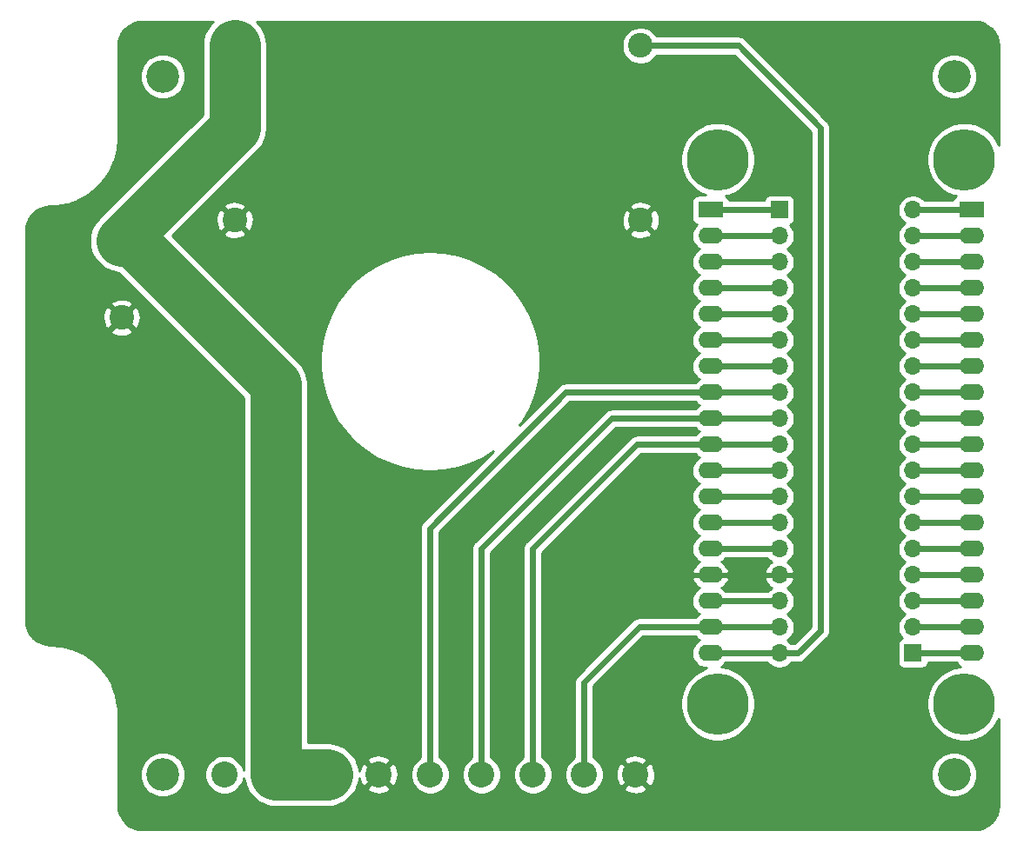
<source format=gbl>
G04 #@! TF.GenerationSoftware,KiCad,Pcbnew,5.1.10*
G04 #@! TF.CreationDate,2021-11-10T17:43:12+10:00*
G04 #@! TF.ProjectId,wifi_unit,77696669-5f75-46e6-9974-2e6b69636164,rev?*
G04 #@! TF.SameCoordinates,Original*
G04 #@! TF.FileFunction,Copper,L2,Bot*
G04 #@! TF.FilePolarity,Positive*
%FSLAX46Y46*%
G04 Gerber Fmt 4.6, Leading zero omitted, Abs format (unit mm)*
G04 Created by KiCad (PCBNEW 5.1.10) date 2021-11-10 17:43:12*
%MOMM*%
%LPD*%
G01*
G04 APERTURE LIST*
G04 #@! TA.AperFunction,ComponentPad*
%ADD10C,3.200000*%
G04 #@! TD*
G04 #@! TA.AperFunction,ComponentPad*
%ADD11C,2.400000*%
G04 #@! TD*
G04 #@! TA.AperFunction,ComponentPad*
%ADD12R,2.400000X2.400000*%
G04 #@! TD*
G04 #@! TA.AperFunction,ComponentPad*
%ADD13C,2.540000*%
G04 #@! TD*
G04 #@! TA.AperFunction,WasherPad*
%ADD14C,6.000000*%
G04 #@! TD*
G04 #@! TA.AperFunction,ComponentPad*
%ADD15O,2.400000X1.600000*%
G04 #@! TD*
G04 #@! TA.AperFunction,ComponentPad*
%ADD16R,2.400000X1.600000*%
G04 #@! TD*
G04 #@! TA.AperFunction,ComponentPad*
%ADD17O,1.700000X1.700000*%
G04 #@! TD*
G04 #@! TA.AperFunction,ComponentPad*
%ADD18R,1.700000X1.700000*%
G04 #@! TD*
G04 #@! TA.AperFunction,Conductor*
%ADD19C,5.000000*%
G04 #@! TD*
G04 #@! TA.AperFunction,Conductor*
%ADD20C,0.600000*%
G04 #@! TD*
G04 #@! TA.AperFunction,Conductor*
%ADD21C,0.254000*%
G04 #@! TD*
G04 #@! TA.AperFunction,Conductor*
%ADD22C,0.100000*%
G04 #@! TD*
G04 APERTURE END LIST*
D10*
X156000000Y-118000000D03*
X79000000Y-118000000D03*
X79000000Y-50000000D03*
X156000000Y-50000000D03*
D11*
X75000000Y-73500000D03*
D12*
X75000000Y-66000000D03*
D13*
X110001280Y-118000000D03*
X115000000Y-118000000D03*
X120001280Y-118000000D03*
X125000000Y-118000000D03*
X95000020Y-118000000D03*
X100001280Y-118000000D03*
X105000000Y-118000000D03*
D14*
X133000000Y-111102590D03*
X157000000Y-111102590D03*
X157000000Y-58102590D03*
X133000000Y-58102590D03*
D15*
X157700000Y-103640000D03*
X157700000Y-101100000D03*
X132300000Y-65540000D03*
X157700000Y-98560000D03*
X132300000Y-68080000D03*
X132300000Y-98560000D03*
X157700000Y-65540000D03*
X132300000Y-101100000D03*
D16*
X157700000Y-63000000D03*
D15*
X132300000Y-103640000D03*
X132300000Y-106180000D03*
X157700000Y-106180000D03*
X132300000Y-85860000D03*
X157700000Y-78240000D03*
X132300000Y-88400000D03*
X157700000Y-75700000D03*
X132300000Y-90940000D03*
X157700000Y-73160000D03*
X132300000Y-93480000D03*
X157700000Y-70620000D03*
X132300000Y-96020000D03*
X157700000Y-68080000D03*
D16*
X132300000Y-63000000D03*
D15*
X157700000Y-90940000D03*
X132300000Y-75700000D03*
X157700000Y-88400000D03*
X132300000Y-78240000D03*
X157700000Y-85860000D03*
X132300000Y-80780000D03*
X157700000Y-83320000D03*
X132300000Y-83320000D03*
X157700000Y-80780000D03*
X157700000Y-96020000D03*
X132300000Y-70620000D03*
X157700000Y-93480000D03*
X132300000Y-73160000D03*
D11*
X125500000Y-47000000D03*
X125500000Y-64000000D03*
X86000000Y-64000000D03*
X86000000Y-47000000D03*
D13*
X85001280Y-118000000D03*
X90000000Y-118000000D03*
D17*
X152000000Y-63000000D03*
X152000000Y-65540000D03*
X152000000Y-68080000D03*
X152000000Y-70620000D03*
X152000000Y-73160000D03*
X152000000Y-75700000D03*
X152000000Y-78240000D03*
X152000000Y-80780000D03*
X152000000Y-83320000D03*
X152000000Y-85860000D03*
X152000000Y-88400000D03*
X152000000Y-90940000D03*
X152000000Y-93480000D03*
X152000000Y-96020000D03*
X152000000Y-98560000D03*
X152000000Y-101100000D03*
X152000000Y-103640000D03*
D18*
X152000000Y-106180000D03*
D17*
X139000000Y-106180000D03*
X139000000Y-103640000D03*
X139000000Y-101100000D03*
X139000000Y-98560000D03*
X139000000Y-96020000D03*
X139000000Y-93480000D03*
X139000000Y-90940000D03*
X139000000Y-88400000D03*
X139000000Y-85860000D03*
X139000000Y-83320000D03*
X139000000Y-80780000D03*
X139000000Y-78240000D03*
X139000000Y-75700000D03*
X139000000Y-73160000D03*
X139000000Y-70620000D03*
X139000000Y-68080000D03*
X139000000Y-65540000D03*
D18*
X139000000Y-63000000D03*
D19*
X86000000Y-55000000D02*
X75000000Y-66000000D01*
X86000000Y-47000000D02*
X86000000Y-55000000D01*
X75000000Y-66000000D02*
X76000000Y-66000000D01*
X90000000Y-80000000D02*
X90000000Y-118000000D01*
X76000000Y-66000000D02*
X90000000Y-80000000D01*
X90000000Y-118000000D02*
X95000020Y-118000000D01*
D20*
X120001280Y-118000000D02*
X120001280Y-108998720D01*
X125360000Y-103640000D02*
X132300000Y-103640000D01*
X120001280Y-108998720D02*
X125360000Y-103640000D01*
X132300000Y-103640000D02*
X139000000Y-103640000D01*
X132300000Y-73160000D02*
X139000000Y-73160000D01*
X132300000Y-80780000D02*
X139000000Y-80780000D01*
X105000000Y-118000000D02*
X105000000Y-94000000D01*
X118220000Y-80780000D02*
X132300000Y-80780000D01*
X105000000Y-94000000D02*
X118220000Y-80780000D01*
X132300000Y-85860000D02*
X139000000Y-85860000D01*
X115000000Y-118000000D02*
X115000000Y-96000000D01*
X125140000Y-85860000D02*
X132300000Y-85860000D01*
X115000000Y-96000000D02*
X125140000Y-85860000D01*
X132300000Y-83320000D02*
X139000000Y-83320000D01*
X110001280Y-118000000D02*
X110001280Y-95998720D01*
X122680000Y-83320000D02*
X132300000Y-83320000D01*
X110001280Y-95998720D02*
X122680000Y-83320000D01*
X132300000Y-106180000D02*
X139000000Y-106180000D01*
X139000000Y-106180000D02*
X140820000Y-106180000D01*
X140820000Y-106180000D02*
X143000000Y-104000000D01*
X143000000Y-104000000D02*
X143000000Y-55000000D01*
X135000000Y-47000000D02*
X125500000Y-47000000D01*
X143000000Y-55000000D02*
X135000000Y-47000000D01*
X132300000Y-101100000D02*
X139000000Y-101100000D01*
X132300000Y-96020000D02*
X139000000Y-96020000D01*
X132300000Y-93480000D02*
X139000000Y-93480000D01*
X132300000Y-90940000D02*
X139000000Y-90940000D01*
X132300000Y-88400000D02*
X139000000Y-88400000D01*
X132300000Y-78240000D02*
X139000000Y-78240000D01*
X132300000Y-75700000D02*
X139000000Y-75700000D01*
X132300000Y-70620000D02*
X139000000Y-70620000D01*
X132300000Y-68080000D02*
X139000000Y-68080000D01*
X132300000Y-65540000D02*
X139000000Y-65540000D01*
X132300000Y-63000000D02*
X139000000Y-63000000D01*
X152000000Y-63000000D02*
X157700000Y-63000000D01*
X152000000Y-65540000D02*
X156760001Y-65540000D01*
X156760001Y-65540000D02*
X157700000Y-65540000D01*
X152000000Y-68080000D02*
X157700000Y-68080000D01*
X152000000Y-70620000D02*
X157700000Y-70620000D01*
X152000000Y-73160000D02*
X157700000Y-73160000D01*
X152000000Y-75700000D02*
X157700000Y-75700000D01*
X152000000Y-78240000D02*
X157700000Y-78240000D01*
X152000000Y-80780000D02*
X157700000Y-80780000D01*
X152000000Y-83320000D02*
X157700000Y-83320000D01*
X152000000Y-85860000D02*
X157700000Y-85860000D01*
X152000000Y-88400000D02*
X157700000Y-88400000D01*
X152000000Y-90940000D02*
X157700000Y-90940000D01*
X152000000Y-93480000D02*
X157700000Y-93480000D01*
X152000000Y-96020000D02*
X157700000Y-96020000D01*
X152000000Y-98560000D02*
X157700000Y-98560000D01*
X152000000Y-101100000D02*
X157700000Y-101100000D01*
X152000000Y-103640000D02*
X157700000Y-103640000D01*
X152000000Y-106180000D02*
X157700000Y-106180000D01*
D21*
X83772495Y-44772495D02*
X83380731Y-45249861D01*
X83089624Y-45794484D01*
X82910362Y-46385434D01*
X82865000Y-46845999D01*
X82865001Y-53701439D01*
X72892125Y-63674317D01*
X72772495Y-63772495D01*
X72380731Y-64249860D01*
X72089624Y-64794483D01*
X71910362Y-65385433D01*
X71849832Y-66000000D01*
X71910362Y-66614567D01*
X72089624Y-67205517D01*
X72380731Y-67750140D01*
X72772495Y-68227505D01*
X73249860Y-68619269D01*
X73794483Y-68910376D01*
X74385433Y-69089638D01*
X74685649Y-69119207D01*
X86865000Y-81298559D01*
X86865001Y-117604853D01*
X86833071Y-117444332D01*
X86689469Y-117097644D01*
X86480990Y-116785634D01*
X86215646Y-116520290D01*
X85903636Y-116311811D01*
X85556948Y-116168209D01*
X85188906Y-116095000D01*
X84813654Y-116095000D01*
X84445612Y-116168209D01*
X84098924Y-116311811D01*
X83786914Y-116520290D01*
X83521570Y-116785634D01*
X83313091Y-117097644D01*
X83169489Y-117444332D01*
X83096280Y-117812374D01*
X83096280Y-118187626D01*
X83169489Y-118555668D01*
X83313091Y-118902356D01*
X83521570Y-119214366D01*
X83786914Y-119479710D01*
X84098924Y-119688189D01*
X84445612Y-119831791D01*
X84813654Y-119905000D01*
X85188906Y-119905000D01*
X85556948Y-119831791D01*
X85903636Y-119688189D01*
X86215646Y-119479710D01*
X86480990Y-119214366D01*
X86689469Y-118902356D01*
X86833071Y-118555668D01*
X86880886Y-118315291D01*
X86910362Y-118614567D01*
X87089624Y-119205517D01*
X87380731Y-119750140D01*
X87772495Y-120227505D01*
X88249860Y-120619269D01*
X88794483Y-120910376D01*
X89385433Y-121089638D01*
X89845998Y-121135000D01*
X90000000Y-121150168D01*
X90154002Y-121135000D01*
X95154022Y-121135000D01*
X95614587Y-121089638D01*
X96205537Y-120910376D01*
X96750160Y-120619269D01*
X97227525Y-120227505D01*
X97619289Y-119750140D01*
X97845006Y-119327852D01*
X98853033Y-119327852D01*
X98981356Y-119619871D01*
X99316975Y-119787723D01*
X99678891Y-119886874D01*
X100053196Y-119913514D01*
X100425507Y-119866618D01*
X100781515Y-119747988D01*
X101021204Y-119619871D01*
X101149527Y-119327852D01*
X100001280Y-118179605D01*
X98853033Y-119327852D01*
X97845006Y-119327852D01*
X97910396Y-119205517D01*
X98089658Y-118614567D01*
X98119927Y-118307244D01*
X98134662Y-118424227D01*
X98253292Y-118780235D01*
X98381409Y-119019924D01*
X98673428Y-119148247D01*
X99821675Y-118000000D01*
X100180885Y-118000000D01*
X101329132Y-119148247D01*
X101621151Y-119019924D01*
X101789003Y-118684305D01*
X101888154Y-118322389D01*
X101914794Y-117948084D01*
X101867898Y-117575773D01*
X101749268Y-117219765D01*
X101621151Y-116980076D01*
X101329132Y-116851753D01*
X100180885Y-118000000D01*
X99821675Y-118000000D01*
X98673428Y-116851753D01*
X98381409Y-116980076D01*
X98213557Y-117315695D01*
X98117370Y-117666793D01*
X98089658Y-117385433D01*
X97910396Y-116794483D01*
X97845007Y-116672148D01*
X98853033Y-116672148D01*
X100001280Y-117820395D01*
X101149527Y-116672148D01*
X101021204Y-116380129D01*
X100685585Y-116212277D01*
X100323669Y-116113126D01*
X99949364Y-116086486D01*
X99577053Y-116133382D01*
X99221045Y-116252012D01*
X98981356Y-116380129D01*
X98853033Y-116672148D01*
X97845007Y-116672148D01*
X97619289Y-116249860D01*
X97227525Y-115772495D01*
X96750160Y-115380731D01*
X96205537Y-115089624D01*
X95614587Y-114910362D01*
X95154022Y-114865000D01*
X93135000Y-114865000D01*
X93135000Y-80153995D01*
X93150167Y-80000000D01*
X93135000Y-79846005D01*
X93135000Y-79845998D01*
X93089638Y-79385433D01*
X92910376Y-78794483D01*
X92619269Y-78249860D01*
X92227505Y-77772495D01*
X92107882Y-77674323D01*
X91509817Y-77076258D01*
X94291173Y-77076258D01*
X94291173Y-78423742D01*
X94460058Y-79760602D01*
X94795164Y-81065752D01*
X95291206Y-82318612D01*
X95940361Y-83499422D01*
X96732393Y-84589559D01*
X97654810Y-85571833D01*
X98693064Y-86430752D01*
X99830783Y-87152771D01*
X101050024Y-87726502D01*
X102331558Y-88142897D01*
X103655174Y-88395391D01*
X105000000Y-88480000D01*
X106344826Y-88395391D01*
X107668442Y-88142897D01*
X108949976Y-87726502D01*
X110169217Y-87152771D01*
X111142785Y-86534925D01*
X104371336Y-93306375D01*
X104335657Y-93335656D01*
X104218815Y-93478028D01*
X104217761Y-93480000D01*
X104131994Y-93640460D01*
X104078529Y-93816709D01*
X104060476Y-94000000D01*
X104065001Y-94045942D01*
X104065000Y-116333623D01*
X103785634Y-116520290D01*
X103520290Y-116785634D01*
X103311811Y-117097644D01*
X103168209Y-117444332D01*
X103095000Y-117812374D01*
X103095000Y-118187626D01*
X103168209Y-118555668D01*
X103311811Y-118902356D01*
X103520290Y-119214366D01*
X103785634Y-119479710D01*
X104097644Y-119688189D01*
X104444332Y-119831791D01*
X104812374Y-119905000D01*
X105187626Y-119905000D01*
X105555668Y-119831791D01*
X105902356Y-119688189D01*
X106214366Y-119479710D01*
X106479710Y-119214366D01*
X106688189Y-118902356D01*
X106831791Y-118555668D01*
X106905000Y-118187626D01*
X106905000Y-117812374D01*
X106831791Y-117444332D01*
X106688189Y-117097644D01*
X106479710Y-116785634D01*
X106214366Y-116520290D01*
X105935000Y-116333623D01*
X105935000Y-94387289D01*
X118607290Y-81715000D01*
X130810956Y-81715000D01*
X130880392Y-81799608D01*
X131098899Y-81978932D01*
X131231858Y-82050000D01*
X131098899Y-82121068D01*
X130880392Y-82300392D01*
X130810956Y-82385000D01*
X122725935Y-82385000D01*
X122680000Y-82380476D01*
X122496708Y-82398528D01*
X122392828Y-82430041D01*
X122320460Y-82451993D01*
X122158028Y-82538814D01*
X122015656Y-82655656D01*
X121986370Y-82691341D01*
X109372616Y-95305095D01*
X109336937Y-95334376D01*
X109220095Y-95476748D01*
X109208721Y-95498028D01*
X109133274Y-95639180D01*
X109079809Y-95815429D01*
X109061756Y-95998720D01*
X109066281Y-96044662D01*
X109066280Y-116333623D01*
X108786914Y-116520290D01*
X108521570Y-116785634D01*
X108313091Y-117097644D01*
X108169489Y-117444332D01*
X108096280Y-117812374D01*
X108096280Y-118187626D01*
X108169489Y-118555668D01*
X108313091Y-118902356D01*
X108521570Y-119214366D01*
X108786914Y-119479710D01*
X109098924Y-119688189D01*
X109445612Y-119831791D01*
X109813654Y-119905000D01*
X110188906Y-119905000D01*
X110556948Y-119831791D01*
X110903636Y-119688189D01*
X111215646Y-119479710D01*
X111480990Y-119214366D01*
X111689469Y-118902356D01*
X111833071Y-118555668D01*
X111906280Y-118187626D01*
X111906280Y-117812374D01*
X111833071Y-117444332D01*
X111689469Y-117097644D01*
X111480990Y-116785634D01*
X111215646Y-116520290D01*
X110936280Y-116333623D01*
X110936280Y-96386009D01*
X123067289Y-84255000D01*
X130810956Y-84255000D01*
X130880392Y-84339608D01*
X131098899Y-84518932D01*
X131231858Y-84590000D01*
X131098899Y-84661068D01*
X130880392Y-84840392D01*
X130810956Y-84925000D01*
X125185935Y-84925000D01*
X125140000Y-84920476D01*
X124956708Y-84938528D01*
X124780459Y-84991993D01*
X124723880Y-85022235D01*
X124618028Y-85078814D01*
X124475656Y-85195656D01*
X124446375Y-85231335D01*
X114371336Y-95306375D01*
X114335657Y-95335656D01*
X114218815Y-95478028D01*
X114208125Y-95498028D01*
X114131994Y-95640460D01*
X114078529Y-95816709D01*
X114060476Y-96000000D01*
X114065001Y-96045942D01*
X114065000Y-116333623D01*
X113785634Y-116520290D01*
X113520290Y-116785634D01*
X113311811Y-117097644D01*
X113168209Y-117444332D01*
X113095000Y-117812374D01*
X113095000Y-118187626D01*
X113168209Y-118555668D01*
X113311811Y-118902356D01*
X113520290Y-119214366D01*
X113785634Y-119479710D01*
X114097644Y-119688189D01*
X114444332Y-119831791D01*
X114812374Y-119905000D01*
X115187626Y-119905000D01*
X115555668Y-119831791D01*
X115902356Y-119688189D01*
X116214366Y-119479710D01*
X116479710Y-119214366D01*
X116688189Y-118902356D01*
X116831791Y-118555668D01*
X116905000Y-118187626D01*
X116905000Y-117812374D01*
X118096280Y-117812374D01*
X118096280Y-118187626D01*
X118169489Y-118555668D01*
X118313091Y-118902356D01*
X118521570Y-119214366D01*
X118786914Y-119479710D01*
X119098924Y-119688189D01*
X119445612Y-119831791D01*
X119813654Y-119905000D01*
X120188906Y-119905000D01*
X120556948Y-119831791D01*
X120903636Y-119688189D01*
X121215646Y-119479710D01*
X121367504Y-119327852D01*
X123851753Y-119327852D01*
X123980076Y-119619871D01*
X124315695Y-119787723D01*
X124677611Y-119886874D01*
X125051916Y-119913514D01*
X125424227Y-119866618D01*
X125780235Y-119747988D01*
X126019924Y-119619871D01*
X126148247Y-119327852D01*
X125000000Y-118179605D01*
X123851753Y-119327852D01*
X121367504Y-119327852D01*
X121480990Y-119214366D01*
X121689469Y-118902356D01*
X121833071Y-118555668D01*
X121906280Y-118187626D01*
X121906280Y-118051916D01*
X123086486Y-118051916D01*
X123133382Y-118424227D01*
X123252012Y-118780235D01*
X123380129Y-119019924D01*
X123672148Y-119148247D01*
X124820395Y-118000000D01*
X125179605Y-118000000D01*
X126327852Y-119148247D01*
X126619871Y-119019924D01*
X126787723Y-118684305D01*
X126886874Y-118322389D01*
X126913514Y-117948084D01*
X126892327Y-117779872D01*
X153765000Y-117779872D01*
X153765000Y-118220128D01*
X153850890Y-118651925D01*
X154019369Y-119058669D01*
X154263962Y-119424729D01*
X154575271Y-119736038D01*
X154941331Y-119980631D01*
X155348075Y-120149110D01*
X155779872Y-120235000D01*
X156220128Y-120235000D01*
X156651925Y-120149110D01*
X157058669Y-119980631D01*
X157424729Y-119736038D01*
X157736038Y-119424729D01*
X157980631Y-119058669D01*
X158149110Y-118651925D01*
X158235000Y-118220128D01*
X158235000Y-117779872D01*
X158149110Y-117348075D01*
X157980631Y-116941331D01*
X157736038Y-116575271D01*
X157424729Y-116263962D01*
X157058669Y-116019369D01*
X156651925Y-115850890D01*
X156220128Y-115765000D01*
X155779872Y-115765000D01*
X155348075Y-115850890D01*
X154941331Y-116019369D01*
X154575271Y-116263962D01*
X154263962Y-116575271D01*
X154019369Y-116941331D01*
X153850890Y-117348075D01*
X153765000Y-117779872D01*
X126892327Y-117779872D01*
X126866618Y-117575773D01*
X126747988Y-117219765D01*
X126619871Y-116980076D01*
X126327852Y-116851753D01*
X125179605Y-118000000D01*
X124820395Y-118000000D01*
X123672148Y-116851753D01*
X123380129Y-116980076D01*
X123212277Y-117315695D01*
X123113126Y-117677611D01*
X123086486Y-118051916D01*
X121906280Y-118051916D01*
X121906280Y-117812374D01*
X121833071Y-117444332D01*
X121689469Y-117097644D01*
X121480990Y-116785634D01*
X121367504Y-116672148D01*
X123851753Y-116672148D01*
X125000000Y-117820395D01*
X126148247Y-116672148D01*
X126019924Y-116380129D01*
X125684305Y-116212277D01*
X125322389Y-116113126D01*
X124948084Y-116086486D01*
X124575773Y-116133382D01*
X124219765Y-116252012D01*
X123980076Y-116380129D01*
X123851753Y-116672148D01*
X121367504Y-116672148D01*
X121215646Y-116520290D01*
X120936280Y-116333623D01*
X120936280Y-109386009D01*
X125747290Y-104575000D01*
X130810956Y-104575000D01*
X130880392Y-104659608D01*
X131098899Y-104838932D01*
X131231858Y-104910000D01*
X131098899Y-104981068D01*
X130880392Y-105160392D01*
X130701068Y-105378899D01*
X130567818Y-105628192D01*
X130485764Y-105898691D01*
X130458057Y-106180000D01*
X130485764Y-106461309D01*
X130567818Y-106731808D01*
X130701068Y-106981101D01*
X130880392Y-107199608D01*
X131098899Y-107378932D01*
X131348192Y-107512182D01*
X131618691Y-107594236D01*
X131829508Y-107615000D01*
X131921075Y-107615000D01*
X131278182Y-107881295D01*
X130682823Y-108279101D01*
X130176511Y-108785413D01*
X129778705Y-109380772D01*
X129504691Y-110042300D01*
X129365000Y-110744574D01*
X129365000Y-111460606D01*
X129504691Y-112162880D01*
X129778705Y-112824408D01*
X130176511Y-113419767D01*
X130682823Y-113926079D01*
X131278182Y-114323885D01*
X131939710Y-114597899D01*
X132641984Y-114737590D01*
X133358016Y-114737590D01*
X134060290Y-114597899D01*
X134721818Y-114323885D01*
X135317177Y-113926079D01*
X135823489Y-113419767D01*
X136221295Y-112824408D01*
X136495309Y-112162880D01*
X136635000Y-111460606D01*
X136635000Y-110744574D01*
X136495309Y-110042300D01*
X136221295Y-109380772D01*
X135823489Y-108785413D01*
X135317177Y-108279101D01*
X134721818Y-107881295D01*
X134060290Y-107607281D01*
X133358016Y-107467590D01*
X133335234Y-107467590D01*
X133501101Y-107378932D01*
X133719608Y-107199608D01*
X133789044Y-107115000D01*
X137838753Y-107115000D01*
X137846525Y-107126632D01*
X138053368Y-107333475D01*
X138296589Y-107495990D01*
X138566842Y-107607932D01*
X138853740Y-107665000D01*
X139146260Y-107665000D01*
X139433158Y-107607932D01*
X139703411Y-107495990D01*
X139946632Y-107333475D01*
X140153475Y-107126632D01*
X140161247Y-107115000D01*
X140774068Y-107115000D01*
X140820000Y-107119524D01*
X140865932Y-107115000D01*
X141003292Y-107101471D01*
X141179540Y-107048007D01*
X141341972Y-106961186D01*
X141484344Y-106844344D01*
X141513630Y-106808659D01*
X143628660Y-104693629D01*
X143664344Y-104664344D01*
X143781186Y-104521972D01*
X143859528Y-104375404D01*
X143868007Y-104359541D01*
X143921472Y-104183292D01*
X143939524Y-104000000D01*
X143935000Y-103954065D01*
X143935000Y-55045924D01*
X143939523Y-54999999D01*
X143935000Y-54954074D01*
X143935000Y-54954068D01*
X143921471Y-54816708D01*
X143868007Y-54640460D01*
X143781186Y-54478028D01*
X143664344Y-54335656D01*
X143628665Y-54306375D01*
X139102162Y-49779872D01*
X153765000Y-49779872D01*
X153765000Y-50220128D01*
X153850890Y-50651925D01*
X154019369Y-51058669D01*
X154263962Y-51424729D01*
X154575271Y-51736038D01*
X154941331Y-51980631D01*
X155348075Y-52149110D01*
X155779872Y-52235000D01*
X156220128Y-52235000D01*
X156651925Y-52149110D01*
X157058669Y-51980631D01*
X157424729Y-51736038D01*
X157736038Y-51424729D01*
X157980631Y-51058669D01*
X158149110Y-50651925D01*
X158235000Y-50220128D01*
X158235000Y-49779872D01*
X158149110Y-49348075D01*
X157980631Y-48941331D01*
X157736038Y-48575271D01*
X157424729Y-48263962D01*
X157058669Y-48019369D01*
X156651925Y-47850890D01*
X156220128Y-47765000D01*
X155779872Y-47765000D01*
X155348075Y-47850890D01*
X154941331Y-48019369D01*
X154575271Y-48263962D01*
X154263962Y-48575271D01*
X154019369Y-48941331D01*
X153850890Y-49348075D01*
X153765000Y-49779872D01*
X139102162Y-49779872D01*
X135693630Y-46371341D01*
X135664344Y-46335656D01*
X135521972Y-46218814D01*
X135359540Y-46131993D01*
X135183292Y-46078529D01*
X135045932Y-46065000D01*
X135000000Y-46060476D01*
X134954068Y-46065000D01*
X127082189Y-46065000D01*
X126925338Y-45830256D01*
X126669744Y-45574662D01*
X126369199Y-45373844D01*
X126035250Y-45235518D01*
X125680732Y-45165000D01*
X125319268Y-45165000D01*
X124964750Y-45235518D01*
X124630801Y-45373844D01*
X124330256Y-45574662D01*
X124074662Y-45830256D01*
X123873844Y-46130801D01*
X123735518Y-46464750D01*
X123665000Y-46819268D01*
X123665000Y-47180732D01*
X123735518Y-47535250D01*
X123873844Y-47869199D01*
X124074662Y-48169744D01*
X124330256Y-48425338D01*
X124630801Y-48626156D01*
X124964750Y-48764482D01*
X125319268Y-48835000D01*
X125680732Y-48835000D01*
X126035250Y-48764482D01*
X126369199Y-48626156D01*
X126669744Y-48425338D01*
X126925338Y-48169744D01*
X127082189Y-47935000D01*
X134612711Y-47935000D01*
X142065001Y-55387291D01*
X142065000Y-103612711D01*
X140432711Y-105245000D01*
X140161247Y-105245000D01*
X140153475Y-105233368D01*
X139946632Y-105026525D01*
X139772240Y-104910000D01*
X139946632Y-104793475D01*
X140153475Y-104586632D01*
X140315990Y-104343411D01*
X140427932Y-104073158D01*
X140485000Y-103786260D01*
X140485000Y-103493740D01*
X140427932Y-103206842D01*
X140315990Y-102936589D01*
X140153475Y-102693368D01*
X139946632Y-102486525D01*
X139772240Y-102370000D01*
X139946632Y-102253475D01*
X140153475Y-102046632D01*
X140315990Y-101803411D01*
X140427932Y-101533158D01*
X140485000Y-101246260D01*
X140485000Y-100953740D01*
X140427932Y-100666842D01*
X140315990Y-100396589D01*
X140153475Y-100153368D01*
X139946632Y-99946525D01*
X139764466Y-99824805D01*
X139881355Y-99755178D01*
X140097588Y-99560269D01*
X140271641Y-99326920D01*
X140396825Y-99064099D01*
X140441476Y-98916890D01*
X140320155Y-98687000D01*
X139127000Y-98687000D01*
X139127000Y-98707000D01*
X138873000Y-98707000D01*
X138873000Y-98687000D01*
X137679845Y-98687000D01*
X137558524Y-98916890D01*
X137603175Y-99064099D01*
X137728359Y-99326920D01*
X137902412Y-99560269D01*
X138118645Y-99755178D01*
X138235534Y-99824805D01*
X138053368Y-99946525D01*
X137846525Y-100153368D01*
X137838753Y-100165000D01*
X133789044Y-100165000D01*
X133719608Y-100080392D01*
X133501101Y-99901068D01*
X133373259Y-99832735D01*
X133602839Y-99682601D01*
X133804500Y-99484895D01*
X133963715Y-99251646D01*
X134074367Y-98991818D01*
X134091904Y-98909039D01*
X133969915Y-98687000D01*
X132427000Y-98687000D01*
X132427000Y-98707000D01*
X132173000Y-98707000D01*
X132173000Y-98687000D01*
X130630085Y-98687000D01*
X130508096Y-98909039D01*
X130525633Y-98991818D01*
X130636285Y-99251646D01*
X130795500Y-99484895D01*
X130997161Y-99682601D01*
X131226741Y-99832735D01*
X131098899Y-99901068D01*
X130880392Y-100080392D01*
X130701068Y-100298899D01*
X130567818Y-100548192D01*
X130485764Y-100818691D01*
X130458057Y-101100000D01*
X130485764Y-101381309D01*
X130567818Y-101651808D01*
X130701068Y-101901101D01*
X130880392Y-102119608D01*
X131098899Y-102298932D01*
X131231858Y-102370000D01*
X131098899Y-102441068D01*
X130880392Y-102620392D01*
X130810956Y-102705000D01*
X125405935Y-102705000D01*
X125360000Y-102700476D01*
X125176708Y-102718528D01*
X125000459Y-102771993D01*
X124943880Y-102802235D01*
X124838028Y-102858814D01*
X124695656Y-102975656D01*
X124666375Y-103011336D01*
X119372616Y-108305095D01*
X119336937Y-108334376D01*
X119220095Y-108476748D01*
X119171583Y-108567509D01*
X119133274Y-108639180D01*
X119079809Y-108815429D01*
X119061756Y-108998720D01*
X119066281Y-109044662D01*
X119066280Y-116333623D01*
X118786914Y-116520290D01*
X118521570Y-116785634D01*
X118313091Y-117097644D01*
X118169489Y-117444332D01*
X118096280Y-117812374D01*
X116905000Y-117812374D01*
X116831791Y-117444332D01*
X116688189Y-117097644D01*
X116479710Y-116785634D01*
X116214366Y-116520290D01*
X115935000Y-116333623D01*
X115935000Y-96387289D01*
X125527290Y-86795000D01*
X130810956Y-86795000D01*
X130880392Y-86879608D01*
X131098899Y-87058932D01*
X131231858Y-87130000D01*
X131098899Y-87201068D01*
X130880392Y-87380392D01*
X130701068Y-87598899D01*
X130567818Y-87848192D01*
X130485764Y-88118691D01*
X130458057Y-88400000D01*
X130485764Y-88681309D01*
X130567818Y-88951808D01*
X130701068Y-89201101D01*
X130880392Y-89419608D01*
X131098899Y-89598932D01*
X131231858Y-89670000D01*
X131098899Y-89741068D01*
X130880392Y-89920392D01*
X130701068Y-90138899D01*
X130567818Y-90388192D01*
X130485764Y-90658691D01*
X130458057Y-90940000D01*
X130485764Y-91221309D01*
X130567818Y-91491808D01*
X130701068Y-91741101D01*
X130880392Y-91959608D01*
X131098899Y-92138932D01*
X131231858Y-92210000D01*
X131098899Y-92281068D01*
X130880392Y-92460392D01*
X130701068Y-92678899D01*
X130567818Y-92928192D01*
X130485764Y-93198691D01*
X130458057Y-93480000D01*
X130485764Y-93761309D01*
X130567818Y-94031808D01*
X130701068Y-94281101D01*
X130880392Y-94499608D01*
X131098899Y-94678932D01*
X131231858Y-94750000D01*
X131098899Y-94821068D01*
X130880392Y-95000392D01*
X130701068Y-95218899D01*
X130567818Y-95468192D01*
X130485764Y-95738691D01*
X130458057Y-96020000D01*
X130485764Y-96301309D01*
X130567818Y-96571808D01*
X130701068Y-96821101D01*
X130880392Y-97039608D01*
X131098899Y-97218932D01*
X131226741Y-97287265D01*
X130997161Y-97437399D01*
X130795500Y-97635105D01*
X130636285Y-97868354D01*
X130525633Y-98128182D01*
X130508096Y-98210961D01*
X130630085Y-98433000D01*
X132173000Y-98433000D01*
X132173000Y-98413000D01*
X132427000Y-98413000D01*
X132427000Y-98433000D01*
X133969915Y-98433000D01*
X134091904Y-98210961D01*
X134074367Y-98128182D01*
X133963715Y-97868354D01*
X133804500Y-97635105D01*
X133602839Y-97437399D01*
X133373259Y-97287265D01*
X133501101Y-97218932D01*
X133719608Y-97039608D01*
X133789044Y-96955000D01*
X137838753Y-96955000D01*
X137846525Y-96966632D01*
X138053368Y-97173475D01*
X138235534Y-97295195D01*
X138118645Y-97364822D01*
X137902412Y-97559731D01*
X137728359Y-97793080D01*
X137603175Y-98055901D01*
X137558524Y-98203110D01*
X137679845Y-98433000D01*
X138873000Y-98433000D01*
X138873000Y-98413000D01*
X139127000Y-98413000D01*
X139127000Y-98433000D01*
X140320155Y-98433000D01*
X140441476Y-98203110D01*
X140396825Y-98055901D01*
X140271641Y-97793080D01*
X140097588Y-97559731D01*
X139881355Y-97364822D01*
X139764466Y-97295195D01*
X139946632Y-97173475D01*
X140153475Y-96966632D01*
X140315990Y-96723411D01*
X140427932Y-96453158D01*
X140485000Y-96166260D01*
X140485000Y-95873740D01*
X140427932Y-95586842D01*
X140315990Y-95316589D01*
X140153475Y-95073368D01*
X139946632Y-94866525D01*
X139772240Y-94750000D01*
X139946632Y-94633475D01*
X140153475Y-94426632D01*
X140315990Y-94183411D01*
X140427932Y-93913158D01*
X140485000Y-93626260D01*
X140485000Y-93333740D01*
X140427932Y-93046842D01*
X140315990Y-92776589D01*
X140153475Y-92533368D01*
X139946632Y-92326525D01*
X139772240Y-92210000D01*
X139946632Y-92093475D01*
X140153475Y-91886632D01*
X140315990Y-91643411D01*
X140427932Y-91373158D01*
X140485000Y-91086260D01*
X140485000Y-90793740D01*
X140427932Y-90506842D01*
X140315990Y-90236589D01*
X140153475Y-89993368D01*
X139946632Y-89786525D01*
X139772240Y-89670000D01*
X139946632Y-89553475D01*
X140153475Y-89346632D01*
X140315990Y-89103411D01*
X140427932Y-88833158D01*
X140485000Y-88546260D01*
X140485000Y-88253740D01*
X140427932Y-87966842D01*
X140315990Y-87696589D01*
X140153475Y-87453368D01*
X139946632Y-87246525D01*
X139772240Y-87130000D01*
X139946632Y-87013475D01*
X140153475Y-86806632D01*
X140315990Y-86563411D01*
X140427932Y-86293158D01*
X140485000Y-86006260D01*
X140485000Y-85713740D01*
X140427932Y-85426842D01*
X140315990Y-85156589D01*
X140153475Y-84913368D01*
X139946632Y-84706525D01*
X139772240Y-84590000D01*
X139946632Y-84473475D01*
X140153475Y-84266632D01*
X140315990Y-84023411D01*
X140427932Y-83753158D01*
X140485000Y-83466260D01*
X140485000Y-83173740D01*
X140427932Y-82886842D01*
X140315990Y-82616589D01*
X140153475Y-82373368D01*
X139946632Y-82166525D01*
X139772240Y-82050000D01*
X139946632Y-81933475D01*
X140153475Y-81726632D01*
X140315990Y-81483411D01*
X140427932Y-81213158D01*
X140485000Y-80926260D01*
X140485000Y-80633740D01*
X140427932Y-80346842D01*
X140315990Y-80076589D01*
X140153475Y-79833368D01*
X139946632Y-79626525D01*
X139772240Y-79510000D01*
X139946632Y-79393475D01*
X140153475Y-79186632D01*
X140315990Y-78943411D01*
X140427932Y-78673158D01*
X140485000Y-78386260D01*
X140485000Y-78093740D01*
X140427932Y-77806842D01*
X140315990Y-77536589D01*
X140153475Y-77293368D01*
X139946632Y-77086525D01*
X139772240Y-76970000D01*
X139946632Y-76853475D01*
X140153475Y-76646632D01*
X140315990Y-76403411D01*
X140427932Y-76133158D01*
X140485000Y-75846260D01*
X140485000Y-75553740D01*
X140427932Y-75266842D01*
X140315990Y-74996589D01*
X140153475Y-74753368D01*
X139946632Y-74546525D01*
X139772240Y-74430000D01*
X139946632Y-74313475D01*
X140153475Y-74106632D01*
X140315990Y-73863411D01*
X140427932Y-73593158D01*
X140485000Y-73306260D01*
X140485000Y-73013740D01*
X140427932Y-72726842D01*
X140315990Y-72456589D01*
X140153475Y-72213368D01*
X139946632Y-72006525D01*
X139772240Y-71890000D01*
X139946632Y-71773475D01*
X140153475Y-71566632D01*
X140315990Y-71323411D01*
X140427932Y-71053158D01*
X140485000Y-70766260D01*
X140485000Y-70473740D01*
X140427932Y-70186842D01*
X140315990Y-69916589D01*
X140153475Y-69673368D01*
X139946632Y-69466525D01*
X139772240Y-69350000D01*
X139946632Y-69233475D01*
X140153475Y-69026632D01*
X140315990Y-68783411D01*
X140427932Y-68513158D01*
X140485000Y-68226260D01*
X140485000Y-67933740D01*
X140427932Y-67646842D01*
X140315990Y-67376589D01*
X140153475Y-67133368D01*
X139946632Y-66926525D01*
X139772240Y-66810000D01*
X139946632Y-66693475D01*
X140153475Y-66486632D01*
X140315990Y-66243411D01*
X140427932Y-65973158D01*
X140485000Y-65686260D01*
X140485000Y-65393740D01*
X140427932Y-65106842D01*
X140315990Y-64836589D01*
X140153475Y-64593368D01*
X140021620Y-64461513D01*
X140094180Y-64439502D01*
X140204494Y-64380537D01*
X140301185Y-64301185D01*
X140380537Y-64204494D01*
X140439502Y-64094180D01*
X140475812Y-63974482D01*
X140488072Y-63850000D01*
X140488072Y-62150000D01*
X140475812Y-62025518D01*
X140439502Y-61905820D01*
X140380537Y-61795506D01*
X140301185Y-61698815D01*
X140204494Y-61619463D01*
X140094180Y-61560498D01*
X139974482Y-61524188D01*
X139850000Y-61511928D01*
X138150000Y-61511928D01*
X138025518Y-61524188D01*
X137905820Y-61560498D01*
X137795506Y-61619463D01*
X137698815Y-61698815D01*
X137619463Y-61795506D01*
X137560498Y-61905820D01*
X137524188Y-62025518D01*
X137520299Y-62065000D01*
X134122621Y-62065000D01*
X134089502Y-61955820D01*
X134030537Y-61845506D01*
X133951185Y-61748815D01*
X133854494Y-61669463D01*
X133812733Y-61647141D01*
X134060290Y-61597899D01*
X134721818Y-61323885D01*
X135317177Y-60926079D01*
X135823489Y-60419767D01*
X136221295Y-59824408D01*
X136495309Y-59162880D01*
X136635000Y-58460606D01*
X136635000Y-57744574D01*
X136495309Y-57042300D01*
X136221295Y-56380772D01*
X135823489Y-55785413D01*
X135317177Y-55279101D01*
X134721818Y-54881295D01*
X134060290Y-54607281D01*
X133358016Y-54467590D01*
X132641984Y-54467590D01*
X131939710Y-54607281D01*
X131278182Y-54881295D01*
X130682823Y-55279101D01*
X130176511Y-55785413D01*
X129778705Y-56380772D01*
X129504691Y-57042300D01*
X129365000Y-57744574D01*
X129365000Y-58460606D01*
X129504691Y-59162880D01*
X129778705Y-59824408D01*
X130176511Y-60419767D01*
X130682823Y-60926079D01*
X131278182Y-61323885D01*
X131852868Y-61561928D01*
X131100000Y-61561928D01*
X130975518Y-61574188D01*
X130855820Y-61610498D01*
X130745506Y-61669463D01*
X130648815Y-61748815D01*
X130569463Y-61845506D01*
X130510498Y-61955820D01*
X130474188Y-62075518D01*
X130461928Y-62200000D01*
X130461928Y-63800000D01*
X130474188Y-63924482D01*
X130510498Y-64044180D01*
X130569463Y-64154494D01*
X130648815Y-64251185D01*
X130745506Y-64330537D01*
X130855820Y-64389502D01*
X130975518Y-64425812D01*
X130993482Y-64427581D01*
X130880392Y-64520392D01*
X130701068Y-64738899D01*
X130567818Y-64988192D01*
X130485764Y-65258691D01*
X130458057Y-65540000D01*
X130485764Y-65821309D01*
X130567818Y-66091808D01*
X130701068Y-66341101D01*
X130880392Y-66559608D01*
X131098899Y-66738932D01*
X131231858Y-66810000D01*
X131098899Y-66881068D01*
X130880392Y-67060392D01*
X130701068Y-67278899D01*
X130567818Y-67528192D01*
X130485764Y-67798691D01*
X130458057Y-68080000D01*
X130485764Y-68361309D01*
X130567818Y-68631808D01*
X130701068Y-68881101D01*
X130880392Y-69099608D01*
X131098899Y-69278932D01*
X131231858Y-69350000D01*
X131098899Y-69421068D01*
X130880392Y-69600392D01*
X130701068Y-69818899D01*
X130567818Y-70068192D01*
X130485764Y-70338691D01*
X130458057Y-70620000D01*
X130485764Y-70901309D01*
X130567818Y-71171808D01*
X130701068Y-71421101D01*
X130880392Y-71639608D01*
X131098899Y-71818932D01*
X131231858Y-71890000D01*
X131098899Y-71961068D01*
X130880392Y-72140392D01*
X130701068Y-72358899D01*
X130567818Y-72608192D01*
X130485764Y-72878691D01*
X130458057Y-73160000D01*
X130485764Y-73441309D01*
X130567818Y-73711808D01*
X130701068Y-73961101D01*
X130880392Y-74179608D01*
X131098899Y-74358932D01*
X131231858Y-74430000D01*
X131098899Y-74501068D01*
X130880392Y-74680392D01*
X130701068Y-74898899D01*
X130567818Y-75148192D01*
X130485764Y-75418691D01*
X130458057Y-75700000D01*
X130485764Y-75981309D01*
X130567818Y-76251808D01*
X130701068Y-76501101D01*
X130880392Y-76719608D01*
X131098899Y-76898932D01*
X131231858Y-76970000D01*
X131098899Y-77041068D01*
X130880392Y-77220392D01*
X130701068Y-77438899D01*
X130567818Y-77688192D01*
X130485764Y-77958691D01*
X130458057Y-78240000D01*
X130485764Y-78521309D01*
X130567818Y-78791808D01*
X130701068Y-79041101D01*
X130880392Y-79259608D01*
X131098899Y-79438932D01*
X131231858Y-79510000D01*
X131098899Y-79581068D01*
X130880392Y-79760392D01*
X130810956Y-79845000D01*
X118265931Y-79845000D01*
X118219999Y-79840476D01*
X118036707Y-79858529D01*
X117983243Y-79874747D01*
X117860460Y-79911993D01*
X117698028Y-79998814D01*
X117555656Y-80115656D01*
X117526375Y-80151335D01*
X113744401Y-83933309D01*
X114059639Y-83499422D01*
X114708794Y-82318612D01*
X115204836Y-81065752D01*
X115539942Y-79760602D01*
X115708827Y-78423742D01*
X115708827Y-77076258D01*
X115539942Y-75739398D01*
X115204836Y-74434248D01*
X114708794Y-73181388D01*
X114059639Y-72000578D01*
X113267607Y-70910441D01*
X112345190Y-69928167D01*
X111306936Y-69069248D01*
X110169217Y-68347229D01*
X108949976Y-67773498D01*
X107668442Y-67357103D01*
X106344826Y-67104609D01*
X105000000Y-67020000D01*
X103655174Y-67104609D01*
X102331558Y-67357103D01*
X101050024Y-67773498D01*
X99830783Y-68347229D01*
X98693064Y-69069248D01*
X97654810Y-69928167D01*
X96732393Y-70910441D01*
X95940361Y-72000578D01*
X95291206Y-73181388D01*
X94795164Y-74434248D01*
X94460058Y-75739398D01*
X94291173Y-77076258D01*
X91509817Y-77076258D01*
X79933558Y-65500000D01*
X80155578Y-65277980D01*
X84901626Y-65277980D01*
X85021514Y-65562836D01*
X85345210Y-65723699D01*
X85694069Y-65818322D01*
X86054684Y-65843067D01*
X86413198Y-65796985D01*
X86755833Y-65681846D01*
X86978486Y-65562836D01*
X87098374Y-65277980D01*
X124401626Y-65277980D01*
X124521514Y-65562836D01*
X124845210Y-65723699D01*
X125194069Y-65818322D01*
X125554684Y-65843067D01*
X125913198Y-65796985D01*
X126255833Y-65681846D01*
X126478486Y-65562836D01*
X126598374Y-65277980D01*
X125500000Y-64179605D01*
X124401626Y-65277980D01*
X87098374Y-65277980D01*
X86000000Y-64179605D01*
X84901626Y-65277980D01*
X80155578Y-65277980D01*
X81378874Y-64054684D01*
X84156933Y-64054684D01*
X84203015Y-64413198D01*
X84318154Y-64755833D01*
X84437164Y-64978486D01*
X84722020Y-65098374D01*
X85820395Y-64000000D01*
X86179605Y-64000000D01*
X87277980Y-65098374D01*
X87562836Y-64978486D01*
X87723699Y-64654790D01*
X87818322Y-64305931D01*
X87835562Y-64054684D01*
X123656933Y-64054684D01*
X123703015Y-64413198D01*
X123818154Y-64755833D01*
X123937164Y-64978486D01*
X124222020Y-65098374D01*
X125320395Y-64000000D01*
X125679605Y-64000000D01*
X126777980Y-65098374D01*
X127062836Y-64978486D01*
X127223699Y-64654790D01*
X127318322Y-64305931D01*
X127343067Y-63945316D01*
X127296985Y-63586802D01*
X127181846Y-63244167D01*
X127062836Y-63021514D01*
X126777980Y-62901626D01*
X125679605Y-64000000D01*
X125320395Y-64000000D01*
X124222020Y-62901626D01*
X123937164Y-63021514D01*
X123776301Y-63345210D01*
X123681678Y-63694069D01*
X123656933Y-64054684D01*
X87835562Y-64054684D01*
X87843067Y-63945316D01*
X87796985Y-63586802D01*
X87681846Y-63244167D01*
X87562836Y-63021514D01*
X87277980Y-62901626D01*
X86179605Y-64000000D01*
X85820395Y-64000000D01*
X84722020Y-62901626D01*
X84437164Y-63021514D01*
X84276301Y-63345210D01*
X84181678Y-63694069D01*
X84156933Y-64054684D01*
X81378874Y-64054684D01*
X82711538Y-62722020D01*
X84901626Y-62722020D01*
X86000000Y-63820395D01*
X87098374Y-62722020D01*
X124401626Y-62722020D01*
X125500000Y-63820395D01*
X126598374Y-62722020D01*
X126478486Y-62437164D01*
X126154790Y-62276301D01*
X125805931Y-62181678D01*
X125445316Y-62156933D01*
X125086802Y-62203015D01*
X124744167Y-62318154D01*
X124521514Y-62437164D01*
X124401626Y-62722020D01*
X87098374Y-62722020D01*
X86978486Y-62437164D01*
X86654790Y-62276301D01*
X86305931Y-62181678D01*
X85945316Y-62156933D01*
X85586802Y-62203015D01*
X85244167Y-62318154D01*
X85021514Y-62437164D01*
X84901626Y-62722020D01*
X82711538Y-62722020D01*
X88107886Y-57325674D01*
X88227505Y-57227505D01*
X88619269Y-56750140D01*
X88910376Y-56205517D01*
X89051460Y-55740424D01*
X89089638Y-55614568D01*
X89098758Y-55521971D01*
X89135000Y-55154002D01*
X89135000Y-55153996D01*
X89150167Y-55000001D01*
X89135000Y-54846006D01*
X89135000Y-46845998D01*
X89089638Y-46385433D01*
X88910376Y-45794483D01*
X88619269Y-45249860D01*
X88227505Y-44772495D01*
X88094816Y-44663600D01*
X157968821Y-44663600D01*
X158454993Y-44711270D01*
X158891598Y-44843089D01*
X159294285Y-45057200D01*
X159647712Y-45345448D01*
X159938427Y-45696861D01*
X160155342Y-46098039D01*
X160290206Y-46533713D01*
X160341101Y-47017953D01*
X160341101Y-56670009D01*
X160221295Y-56380772D01*
X159823489Y-55785413D01*
X159317177Y-55279101D01*
X158721818Y-54881295D01*
X158060290Y-54607281D01*
X157358016Y-54467590D01*
X156641984Y-54467590D01*
X155939710Y-54607281D01*
X155278182Y-54881295D01*
X154682823Y-55279101D01*
X154176511Y-55785413D01*
X153778705Y-56380772D01*
X153504691Y-57042300D01*
X153365000Y-57744574D01*
X153365000Y-58460606D01*
X153504691Y-59162880D01*
X153778705Y-59824408D01*
X154176511Y-60419767D01*
X154682823Y-60926079D01*
X155278182Y-61323885D01*
X155939710Y-61597899D01*
X156187267Y-61647141D01*
X156145506Y-61669463D01*
X156048815Y-61748815D01*
X155969463Y-61845506D01*
X155910498Y-61955820D01*
X155877379Y-62065000D01*
X153161247Y-62065000D01*
X153153475Y-62053368D01*
X152946632Y-61846525D01*
X152703411Y-61684010D01*
X152433158Y-61572068D01*
X152146260Y-61515000D01*
X151853740Y-61515000D01*
X151566842Y-61572068D01*
X151296589Y-61684010D01*
X151053368Y-61846525D01*
X150846525Y-62053368D01*
X150684010Y-62296589D01*
X150572068Y-62566842D01*
X150515000Y-62853740D01*
X150515000Y-63146260D01*
X150572068Y-63433158D01*
X150684010Y-63703411D01*
X150846525Y-63946632D01*
X151053368Y-64153475D01*
X151227760Y-64270000D01*
X151053368Y-64386525D01*
X150846525Y-64593368D01*
X150684010Y-64836589D01*
X150572068Y-65106842D01*
X150515000Y-65393740D01*
X150515000Y-65686260D01*
X150572068Y-65973158D01*
X150684010Y-66243411D01*
X150846525Y-66486632D01*
X151053368Y-66693475D01*
X151227760Y-66810000D01*
X151053368Y-66926525D01*
X150846525Y-67133368D01*
X150684010Y-67376589D01*
X150572068Y-67646842D01*
X150515000Y-67933740D01*
X150515000Y-68226260D01*
X150572068Y-68513158D01*
X150684010Y-68783411D01*
X150846525Y-69026632D01*
X151053368Y-69233475D01*
X151227760Y-69350000D01*
X151053368Y-69466525D01*
X150846525Y-69673368D01*
X150684010Y-69916589D01*
X150572068Y-70186842D01*
X150515000Y-70473740D01*
X150515000Y-70766260D01*
X150572068Y-71053158D01*
X150684010Y-71323411D01*
X150846525Y-71566632D01*
X151053368Y-71773475D01*
X151227760Y-71890000D01*
X151053368Y-72006525D01*
X150846525Y-72213368D01*
X150684010Y-72456589D01*
X150572068Y-72726842D01*
X150515000Y-73013740D01*
X150515000Y-73306260D01*
X150572068Y-73593158D01*
X150684010Y-73863411D01*
X150846525Y-74106632D01*
X151053368Y-74313475D01*
X151227760Y-74430000D01*
X151053368Y-74546525D01*
X150846525Y-74753368D01*
X150684010Y-74996589D01*
X150572068Y-75266842D01*
X150515000Y-75553740D01*
X150515000Y-75846260D01*
X150572068Y-76133158D01*
X150684010Y-76403411D01*
X150846525Y-76646632D01*
X151053368Y-76853475D01*
X151227760Y-76970000D01*
X151053368Y-77086525D01*
X150846525Y-77293368D01*
X150684010Y-77536589D01*
X150572068Y-77806842D01*
X150515000Y-78093740D01*
X150515000Y-78386260D01*
X150572068Y-78673158D01*
X150684010Y-78943411D01*
X150846525Y-79186632D01*
X151053368Y-79393475D01*
X151227760Y-79510000D01*
X151053368Y-79626525D01*
X150846525Y-79833368D01*
X150684010Y-80076589D01*
X150572068Y-80346842D01*
X150515000Y-80633740D01*
X150515000Y-80926260D01*
X150572068Y-81213158D01*
X150684010Y-81483411D01*
X150846525Y-81726632D01*
X151053368Y-81933475D01*
X151227760Y-82050000D01*
X151053368Y-82166525D01*
X150846525Y-82373368D01*
X150684010Y-82616589D01*
X150572068Y-82886842D01*
X150515000Y-83173740D01*
X150515000Y-83466260D01*
X150572068Y-83753158D01*
X150684010Y-84023411D01*
X150846525Y-84266632D01*
X151053368Y-84473475D01*
X151227760Y-84590000D01*
X151053368Y-84706525D01*
X150846525Y-84913368D01*
X150684010Y-85156589D01*
X150572068Y-85426842D01*
X150515000Y-85713740D01*
X150515000Y-86006260D01*
X150572068Y-86293158D01*
X150684010Y-86563411D01*
X150846525Y-86806632D01*
X151053368Y-87013475D01*
X151227760Y-87130000D01*
X151053368Y-87246525D01*
X150846525Y-87453368D01*
X150684010Y-87696589D01*
X150572068Y-87966842D01*
X150515000Y-88253740D01*
X150515000Y-88546260D01*
X150572068Y-88833158D01*
X150684010Y-89103411D01*
X150846525Y-89346632D01*
X151053368Y-89553475D01*
X151227760Y-89670000D01*
X151053368Y-89786525D01*
X150846525Y-89993368D01*
X150684010Y-90236589D01*
X150572068Y-90506842D01*
X150515000Y-90793740D01*
X150515000Y-91086260D01*
X150572068Y-91373158D01*
X150684010Y-91643411D01*
X150846525Y-91886632D01*
X151053368Y-92093475D01*
X151227760Y-92210000D01*
X151053368Y-92326525D01*
X150846525Y-92533368D01*
X150684010Y-92776589D01*
X150572068Y-93046842D01*
X150515000Y-93333740D01*
X150515000Y-93626260D01*
X150572068Y-93913158D01*
X150684010Y-94183411D01*
X150846525Y-94426632D01*
X151053368Y-94633475D01*
X151227760Y-94750000D01*
X151053368Y-94866525D01*
X150846525Y-95073368D01*
X150684010Y-95316589D01*
X150572068Y-95586842D01*
X150515000Y-95873740D01*
X150515000Y-96166260D01*
X150572068Y-96453158D01*
X150684010Y-96723411D01*
X150846525Y-96966632D01*
X151053368Y-97173475D01*
X151227760Y-97290000D01*
X151053368Y-97406525D01*
X150846525Y-97613368D01*
X150684010Y-97856589D01*
X150572068Y-98126842D01*
X150515000Y-98413740D01*
X150515000Y-98706260D01*
X150572068Y-98993158D01*
X150684010Y-99263411D01*
X150846525Y-99506632D01*
X151053368Y-99713475D01*
X151227760Y-99830000D01*
X151053368Y-99946525D01*
X150846525Y-100153368D01*
X150684010Y-100396589D01*
X150572068Y-100666842D01*
X150515000Y-100953740D01*
X150515000Y-101246260D01*
X150572068Y-101533158D01*
X150684010Y-101803411D01*
X150846525Y-102046632D01*
X151053368Y-102253475D01*
X151227760Y-102370000D01*
X151053368Y-102486525D01*
X150846525Y-102693368D01*
X150684010Y-102936589D01*
X150572068Y-103206842D01*
X150515000Y-103493740D01*
X150515000Y-103786260D01*
X150572068Y-104073158D01*
X150684010Y-104343411D01*
X150846525Y-104586632D01*
X150978380Y-104718487D01*
X150905820Y-104740498D01*
X150795506Y-104799463D01*
X150698815Y-104878815D01*
X150619463Y-104975506D01*
X150560498Y-105085820D01*
X150524188Y-105205518D01*
X150511928Y-105330000D01*
X150511928Y-107030000D01*
X150524188Y-107154482D01*
X150560498Y-107274180D01*
X150619463Y-107384494D01*
X150698815Y-107481185D01*
X150795506Y-107560537D01*
X150905820Y-107619502D01*
X151025518Y-107655812D01*
X151150000Y-107668072D01*
X152850000Y-107668072D01*
X152974482Y-107655812D01*
X153094180Y-107619502D01*
X153204494Y-107560537D01*
X153301185Y-107481185D01*
X153380537Y-107384494D01*
X153439502Y-107274180D01*
X153475812Y-107154482D01*
X153479701Y-107115000D01*
X156210956Y-107115000D01*
X156280392Y-107199608D01*
X156498899Y-107378932D01*
X156664766Y-107467590D01*
X156641984Y-107467590D01*
X155939710Y-107607281D01*
X155278182Y-107881295D01*
X154682823Y-108279101D01*
X154176511Y-108785413D01*
X153778705Y-109380772D01*
X153504691Y-110042300D01*
X153365000Y-110744574D01*
X153365000Y-111460606D01*
X153504691Y-112162880D01*
X153778705Y-112824408D01*
X154176511Y-113419767D01*
X154682823Y-113926079D01*
X155278182Y-114323885D01*
X155939710Y-114597899D01*
X156641984Y-114737590D01*
X157358016Y-114737590D01*
X158060290Y-114597899D01*
X158721818Y-114323885D01*
X159317177Y-113926079D01*
X159823489Y-113419767D01*
X160221295Y-112824408D01*
X160341100Y-112535173D01*
X160341100Y-120971321D01*
X160293430Y-121457494D01*
X160161612Y-121894097D01*
X159947499Y-122296786D01*
X159659250Y-122650213D01*
X159307839Y-122940927D01*
X158906664Y-123157840D01*
X158470986Y-123292706D01*
X157986764Y-123343600D01*
X77033379Y-123343600D01*
X76547206Y-123295930D01*
X76110603Y-123164112D01*
X75707914Y-122949999D01*
X75354487Y-122661750D01*
X75063773Y-122310339D01*
X74846860Y-121909164D01*
X74711994Y-121473486D01*
X74661100Y-120989264D01*
X74661100Y-117779872D01*
X76765000Y-117779872D01*
X76765000Y-118220128D01*
X76850890Y-118651925D01*
X77019369Y-119058669D01*
X77263962Y-119424729D01*
X77575271Y-119736038D01*
X77941331Y-119980631D01*
X78348075Y-120149110D01*
X78779872Y-120235000D01*
X79220128Y-120235000D01*
X79651925Y-120149110D01*
X80058669Y-119980631D01*
X80424729Y-119736038D01*
X80736038Y-119424729D01*
X80980631Y-119058669D01*
X81149110Y-118651925D01*
X81235000Y-118220128D01*
X81235000Y-117779872D01*
X81149110Y-117348075D01*
X80980631Y-116941331D01*
X80736038Y-116575271D01*
X80424729Y-116263962D01*
X80058669Y-116019369D01*
X79651925Y-115850890D01*
X79220128Y-115765000D01*
X78779872Y-115765000D01*
X78348075Y-115850890D01*
X77941331Y-116019369D01*
X77575271Y-116263962D01*
X77263962Y-116575271D01*
X77019369Y-116941331D01*
X76850890Y-117348075D01*
X76765000Y-117779872D01*
X74661100Y-117779872D01*
X74661100Y-111971181D01*
X74659573Y-111955680D01*
X74633739Y-111407860D01*
X74629289Y-111373596D01*
X74626878Y-111339118D01*
X74624244Y-111323208D01*
X74451812Y-110355183D01*
X74440046Y-110310647D01*
X74429380Y-110265879D01*
X74424189Y-110250630D01*
X74424184Y-110250612D01*
X74424178Y-110250598D01*
X74095965Y-109323749D01*
X74077093Y-109281758D01*
X74059248Y-109239306D01*
X74051627Y-109225094D01*
X73576433Y-108364283D01*
X73550952Y-108325931D01*
X73526419Y-108286973D01*
X73516591Y-108274212D01*
X73516580Y-108274195D01*
X73516568Y-108274182D01*
X72907175Y-107502555D01*
X72875749Y-107468854D01*
X72845204Y-107434451D01*
X72833425Y-107423467D01*
X72833411Y-107423452D01*
X72833397Y-107423441D01*
X72106159Y-106761705D01*
X72069686Y-106733617D01*
X72033898Y-106704636D01*
X72020473Y-106695717D01*
X72020467Y-106695712D01*
X72020461Y-106695709D01*
X71194899Y-106161629D01*
X71154326Y-106139874D01*
X71114288Y-106117129D01*
X71099579Y-106110518D01*
X70197867Y-105718443D01*
X70154265Y-105703600D01*
X70111070Y-105687707D01*
X70095492Y-105683591D01*
X70095479Y-105683587D01*
X70095467Y-105683585D01*
X69141841Y-105444050D01*
X69096413Y-105436530D01*
X69051189Y-105427903D01*
X69035134Y-105426385D01*
X68060266Y-105346236D01*
X67547206Y-105295930D01*
X67110603Y-105164112D01*
X66707914Y-104949999D01*
X66354487Y-104661750D01*
X66063773Y-104310339D01*
X65846860Y-103909164D01*
X65711994Y-103473486D01*
X65661100Y-102989264D01*
X65661100Y-74777980D01*
X73901626Y-74777980D01*
X74021514Y-75062836D01*
X74345210Y-75223699D01*
X74694069Y-75318322D01*
X75054684Y-75343067D01*
X75413198Y-75296985D01*
X75755833Y-75181846D01*
X75978486Y-75062836D01*
X76098374Y-74777980D01*
X75000000Y-73679605D01*
X73901626Y-74777980D01*
X65661100Y-74777980D01*
X65661100Y-73554684D01*
X73156933Y-73554684D01*
X73203015Y-73913198D01*
X73318154Y-74255833D01*
X73437164Y-74478486D01*
X73722020Y-74598374D01*
X74820395Y-73500000D01*
X75179605Y-73500000D01*
X76277980Y-74598374D01*
X76562836Y-74478486D01*
X76723699Y-74154790D01*
X76818322Y-73805931D01*
X76843067Y-73445316D01*
X76796985Y-73086802D01*
X76681846Y-72744167D01*
X76562836Y-72521514D01*
X76277980Y-72401626D01*
X75179605Y-73500000D01*
X74820395Y-73500000D01*
X73722020Y-72401626D01*
X73437164Y-72521514D01*
X73276301Y-72845210D01*
X73181678Y-73194069D01*
X73156933Y-73554684D01*
X65661100Y-73554684D01*
X65661100Y-72222020D01*
X73901626Y-72222020D01*
X75000000Y-73320395D01*
X76098374Y-72222020D01*
X75978486Y-71937164D01*
X75654790Y-71776301D01*
X75305931Y-71681678D01*
X74945316Y-71656933D01*
X74586802Y-71703015D01*
X74244167Y-71818154D01*
X74021514Y-71937164D01*
X73901626Y-72222020D01*
X65661100Y-72222020D01*
X65661100Y-65035879D01*
X65708770Y-64549707D01*
X65840589Y-64113102D01*
X66054700Y-63710415D01*
X66342948Y-63356988D01*
X66694361Y-63066273D01*
X67095539Y-62849358D01*
X67531213Y-62714494D01*
X68017552Y-62663378D01*
X68032190Y-62662867D01*
X68596840Y-62636239D01*
X68631103Y-62631789D01*
X68665583Y-62629378D01*
X68681492Y-62626744D01*
X69649518Y-62454312D01*
X69694053Y-62442546D01*
X69738822Y-62431880D01*
X69754075Y-62426687D01*
X69754088Y-62426684D01*
X69754098Y-62426679D01*
X70680951Y-62098463D01*
X70722951Y-62079588D01*
X70765392Y-62061747D01*
X70779599Y-62054130D01*
X70779605Y-62054127D01*
X70779610Y-62054124D01*
X71640415Y-61578934D01*
X71678766Y-61553454D01*
X71717726Y-61528919D01*
X71730503Y-61519080D01*
X72502144Y-60909675D01*
X72535816Y-60878275D01*
X72570249Y-60847704D01*
X72581247Y-60835910D01*
X73242994Y-60108658D01*
X73271095Y-60072168D01*
X73300062Y-60036397D01*
X73308980Y-60022974D01*
X73308987Y-60022965D01*
X73308992Y-60022956D01*
X73843069Y-59197399D01*
X73864830Y-59156816D01*
X73887569Y-59116787D01*
X73894180Y-59102078D01*
X74286255Y-58200367D01*
X74301098Y-58156765D01*
X74316991Y-58113570D01*
X74321111Y-58097979D01*
X74560648Y-57144340D01*
X74568170Y-57098903D01*
X74576795Y-57053689D01*
X74578313Y-57037634D01*
X74658442Y-56063006D01*
X74661100Y-56036019D01*
X74661100Y-49779872D01*
X76765000Y-49779872D01*
X76765000Y-50220128D01*
X76850890Y-50651925D01*
X77019369Y-51058669D01*
X77263962Y-51424729D01*
X77575271Y-51736038D01*
X77941331Y-51980631D01*
X78348075Y-52149110D01*
X78779872Y-52235000D01*
X79220128Y-52235000D01*
X79651925Y-52149110D01*
X80058669Y-51980631D01*
X80424729Y-51736038D01*
X80736038Y-51424729D01*
X80980631Y-51058669D01*
X81149110Y-50651925D01*
X81235000Y-50220128D01*
X81235000Y-49779872D01*
X81149110Y-49348075D01*
X80980631Y-48941331D01*
X80736038Y-48575271D01*
X80424729Y-48263962D01*
X80058669Y-48019369D01*
X79651925Y-47850890D01*
X79220128Y-47765000D01*
X78779872Y-47765000D01*
X78348075Y-47850890D01*
X77941331Y-48019369D01*
X77575271Y-48263962D01*
X77263962Y-48575271D01*
X77019369Y-48941331D01*
X76850890Y-49348075D01*
X76765000Y-49779872D01*
X74661100Y-49779872D01*
X74661100Y-47035879D01*
X74708770Y-46549707D01*
X74840589Y-46113102D01*
X75054700Y-45710415D01*
X75342948Y-45356988D01*
X75694361Y-45066273D01*
X76095539Y-44849358D01*
X76531213Y-44714494D01*
X77015444Y-44663600D01*
X83905184Y-44663600D01*
X83772495Y-44772495D01*
G04 #@! TA.AperFunction,Conductor*
D22*
G36*
X83772495Y-44772495D02*
G01*
X83380731Y-45249861D01*
X83089624Y-45794484D01*
X82910362Y-46385434D01*
X82865000Y-46845999D01*
X82865001Y-53701439D01*
X72892125Y-63674317D01*
X72772495Y-63772495D01*
X72380731Y-64249860D01*
X72089624Y-64794483D01*
X71910362Y-65385433D01*
X71849832Y-66000000D01*
X71910362Y-66614567D01*
X72089624Y-67205517D01*
X72380731Y-67750140D01*
X72772495Y-68227505D01*
X73249860Y-68619269D01*
X73794483Y-68910376D01*
X74385433Y-69089638D01*
X74685649Y-69119207D01*
X86865000Y-81298559D01*
X86865001Y-117604853D01*
X86833071Y-117444332D01*
X86689469Y-117097644D01*
X86480990Y-116785634D01*
X86215646Y-116520290D01*
X85903636Y-116311811D01*
X85556948Y-116168209D01*
X85188906Y-116095000D01*
X84813654Y-116095000D01*
X84445612Y-116168209D01*
X84098924Y-116311811D01*
X83786914Y-116520290D01*
X83521570Y-116785634D01*
X83313091Y-117097644D01*
X83169489Y-117444332D01*
X83096280Y-117812374D01*
X83096280Y-118187626D01*
X83169489Y-118555668D01*
X83313091Y-118902356D01*
X83521570Y-119214366D01*
X83786914Y-119479710D01*
X84098924Y-119688189D01*
X84445612Y-119831791D01*
X84813654Y-119905000D01*
X85188906Y-119905000D01*
X85556948Y-119831791D01*
X85903636Y-119688189D01*
X86215646Y-119479710D01*
X86480990Y-119214366D01*
X86689469Y-118902356D01*
X86833071Y-118555668D01*
X86880886Y-118315291D01*
X86910362Y-118614567D01*
X87089624Y-119205517D01*
X87380731Y-119750140D01*
X87772495Y-120227505D01*
X88249860Y-120619269D01*
X88794483Y-120910376D01*
X89385433Y-121089638D01*
X89845998Y-121135000D01*
X90000000Y-121150168D01*
X90154002Y-121135000D01*
X95154022Y-121135000D01*
X95614587Y-121089638D01*
X96205537Y-120910376D01*
X96750160Y-120619269D01*
X97227525Y-120227505D01*
X97619289Y-119750140D01*
X97845006Y-119327852D01*
X98853033Y-119327852D01*
X98981356Y-119619871D01*
X99316975Y-119787723D01*
X99678891Y-119886874D01*
X100053196Y-119913514D01*
X100425507Y-119866618D01*
X100781515Y-119747988D01*
X101021204Y-119619871D01*
X101149527Y-119327852D01*
X100001280Y-118179605D01*
X98853033Y-119327852D01*
X97845006Y-119327852D01*
X97910396Y-119205517D01*
X98089658Y-118614567D01*
X98119927Y-118307244D01*
X98134662Y-118424227D01*
X98253292Y-118780235D01*
X98381409Y-119019924D01*
X98673428Y-119148247D01*
X99821675Y-118000000D01*
X100180885Y-118000000D01*
X101329132Y-119148247D01*
X101621151Y-119019924D01*
X101789003Y-118684305D01*
X101888154Y-118322389D01*
X101914794Y-117948084D01*
X101867898Y-117575773D01*
X101749268Y-117219765D01*
X101621151Y-116980076D01*
X101329132Y-116851753D01*
X100180885Y-118000000D01*
X99821675Y-118000000D01*
X98673428Y-116851753D01*
X98381409Y-116980076D01*
X98213557Y-117315695D01*
X98117370Y-117666793D01*
X98089658Y-117385433D01*
X97910396Y-116794483D01*
X97845007Y-116672148D01*
X98853033Y-116672148D01*
X100001280Y-117820395D01*
X101149527Y-116672148D01*
X101021204Y-116380129D01*
X100685585Y-116212277D01*
X100323669Y-116113126D01*
X99949364Y-116086486D01*
X99577053Y-116133382D01*
X99221045Y-116252012D01*
X98981356Y-116380129D01*
X98853033Y-116672148D01*
X97845007Y-116672148D01*
X97619289Y-116249860D01*
X97227525Y-115772495D01*
X96750160Y-115380731D01*
X96205537Y-115089624D01*
X95614587Y-114910362D01*
X95154022Y-114865000D01*
X93135000Y-114865000D01*
X93135000Y-80153995D01*
X93150167Y-80000000D01*
X93135000Y-79846005D01*
X93135000Y-79845998D01*
X93089638Y-79385433D01*
X92910376Y-78794483D01*
X92619269Y-78249860D01*
X92227505Y-77772495D01*
X92107882Y-77674323D01*
X91509817Y-77076258D01*
X94291173Y-77076258D01*
X94291173Y-78423742D01*
X94460058Y-79760602D01*
X94795164Y-81065752D01*
X95291206Y-82318612D01*
X95940361Y-83499422D01*
X96732393Y-84589559D01*
X97654810Y-85571833D01*
X98693064Y-86430752D01*
X99830783Y-87152771D01*
X101050024Y-87726502D01*
X102331558Y-88142897D01*
X103655174Y-88395391D01*
X105000000Y-88480000D01*
X106344826Y-88395391D01*
X107668442Y-88142897D01*
X108949976Y-87726502D01*
X110169217Y-87152771D01*
X111142785Y-86534925D01*
X104371336Y-93306375D01*
X104335657Y-93335656D01*
X104218815Y-93478028D01*
X104217761Y-93480000D01*
X104131994Y-93640460D01*
X104078529Y-93816709D01*
X104060476Y-94000000D01*
X104065001Y-94045942D01*
X104065000Y-116333623D01*
X103785634Y-116520290D01*
X103520290Y-116785634D01*
X103311811Y-117097644D01*
X103168209Y-117444332D01*
X103095000Y-117812374D01*
X103095000Y-118187626D01*
X103168209Y-118555668D01*
X103311811Y-118902356D01*
X103520290Y-119214366D01*
X103785634Y-119479710D01*
X104097644Y-119688189D01*
X104444332Y-119831791D01*
X104812374Y-119905000D01*
X105187626Y-119905000D01*
X105555668Y-119831791D01*
X105902356Y-119688189D01*
X106214366Y-119479710D01*
X106479710Y-119214366D01*
X106688189Y-118902356D01*
X106831791Y-118555668D01*
X106905000Y-118187626D01*
X106905000Y-117812374D01*
X106831791Y-117444332D01*
X106688189Y-117097644D01*
X106479710Y-116785634D01*
X106214366Y-116520290D01*
X105935000Y-116333623D01*
X105935000Y-94387289D01*
X118607290Y-81715000D01*
X130810956Y-81715000D01*
X130880392Y-81799608D01*
X131098899Y-81978932D01*
X131231858Y-82050000D01*
X131098899Y-82121068D01*
X130880392Y-82300392D01*
X130810956Y-82385000D01*
X122725935Y-82385000D01*
X122680000Y-82380476D01*
X122496708Y-82398528D01*
X122392828Y-82430041D01*
X122320460Y-82451993D01*
X122158028Y-82538814D01*
X122015656Y-82655656D01*
X121986370Y-82691341D01*
X109372616Y-95305095D01*
X109336937Y-95334376D01*
X109220095Y-95476748D01*
X109208721Y-95498028D01*
X109133274Y-95639180D01*
X109079809Y-95815429D01*
X109061756Y-95998720D01*
X109066281Y-96044662D01*
X109066280Y-116333623D01*
X108786914Y-116520290D01*
X108521570Y-116785634D01*
X108313091Y-117097644D01*
X108169489Y-117444332D01*
X108096280Y-117812374D01*
X108096280Y-118187626D01*
X108169489Y-118555668D01*
X108313091Y-118902356D01*
X108521570Y-119214366D01*
X108786914Y-119479710D01*
X109098924Y-119688189D01*
X109445612Y-119831791D01*
X109813654Y-119905000D01*
X110188906Y-119905000D01*
X110556948Y-119831791D01*
X110903636Y-119688189D01*
X111215646Y-119479710D01*
X111480990Y-119214366D01*
X111689469Y-118902356D01*
X111833071Y-118555668D01*
X111906280Y-118187626D01*
X111906280Y-117812374D01*
X111833071Y-117444332D01*
X111689469Y-117097644D01*
X111480990Y-116785634D01*
X111215646Y-116520290D01*
X110936280Y-116333623D01*
X110936280Y-96386009D01*
X123067289Y-84255000D01*
X130810956Y-84255000D01*
X130880392Y-84339608D01*
X131098899Y-84518932D01*
X131231858Y-84590000D01*
X131098899Y-84661068D01*
X130880392Y-84840392D01*
X130810956Y-84925000D01*
X125185935Y-84925000D01*
X125140000Y-84920476D01*
X124956708Y-84938528D01*
X124780459Y-84991993D01*
X124723880Y-85022235D01*
X124618028Y-85078814D01*
X124475656Y-85195656D01*
X124446375Y-85231335D01*
X114371336Y-95306375D01*
X114335657Y-95335656D01*
X114218815Y-95478028D01*
X114208125Y-95498028D01*
X114131994Y-95640460D01*
X114078529Y-95816709D01*
X114060476Y-96000000D01*
X114065001Y-96045942D01*
X114065000Y-116333623D01*
X113785634Y-116520290D01*
X113520290Y-116785634D01*
X113311811Y-117097644D01*
X113168209Y-117444332D01*
X113095000Y-117812374D01*
X113095000Y-118187626D01*
X113168209Y-118555668D01*
X113311811Y-118902356D01*
X113520290Y-119214366D01*
X113785634Y-119479710D01*
X114097644Y-119688189D01*
X114444332Y-119831791D01*
X114812374Y-119905000D01*
X115187626Y-119905000D01*
X115555668Y-119831791D01*
X115902356Y-119688189D01*
X116214366Y-119479710D01*
X116479710Y-119214366D01*
X116688189Y-118902356D01*
X116831791Y-118555668D01*
X116905000Y-118187626D01*
X116905000Y-117812374D01*
X118096280Y-117812374D01*
X118096280Y-118187626D01*
X118169489Y-118555668D01*
X118313091Y-118902356D01*
X118521570Y-119214366D01*
X118786914Y-119479710D01*
X119098924Y-119688189D01*
X119445612Y-119831791D01*
X119813654Y-119905000D01*
X120188906Y-119905000D01*
X120556948Y-119831791D01*
X120903636Y-119688189D01*
X121215646Y-119479710D01*
X121367504Y-119327852D01*
X123851753Y-119327852D01*
X123980076Y-119619871D01*
X124315695Y-119787723D01*
X124677611Y-119886874D01*
X125051916Y-119913514D01*
X125424227Y-119866618D01*
X125780235Y-119747988D01*
X126019924Y-119619871D01*
X126148247Y-119327852D01*
X125000000Y-118179605D01*
X123851753Y-119327852D01*
X121367504Y-119327852D01*
X121480990Y-119214366D01*
X121689469Y-118902356D01*
X121833071Y-118555668D01*
X121906280Y-118187626D01*
X121906280Y-118051916D01*
X123086486Y-118051916D01*
X123133382Y-118424227D01*
X123252012Y-118780235D01*
X123380129Y-119019924D01*
X123672148Y-119148247D01*
X124820395Y-118000000D01*
X125179605Y-118000000D01*
X126327852Y-119148247D01*
X126619871Y-119019924D01*
X126787723Y-118684305D01*
X126886874Y-118322389D01*
X126913514Y-117948084D01*
X126892327Y-117779872D01*
X153765000Y-117779872D01*
X153765000Y-118220128D01*
X153850890Y-118651925D01*
X154019369Y-119058669D01*
X154263962Y-119424729D01*
X154575271Y-119736038D01*
X154941331Y-119980631D01*
X155348075Y-120149110D01*
X155779872Y-120235000D01*
X156220128Y-120235000D01*
X156651925Y-120149110D01*
X157058669Y-119980631D01*
X157424729Y-119736038D01*
X157736038Y-119424729D01*
X157980631Y-119058669D01*
X158149110Y-118651925D01*
X158235000Y-118220128D01*
X158235000Y-117779872D01*
X158149110Y-117348075D01*
X157980631Y-116941331D01*
X157736038Y-116575271D01*
X157424729Y-116263962D01*
X157058669Y-116019369D01*
X156651925Y-115850890D01*
X156220128Y-115765000D01*
X155779872Y-115765000D01*
X155348075Y-115850890D01*
X154941331Y-116019369D01*
X154575271Y-116263962D01*
X154263962Y-116575271D01*
X154019369Y-116941331D01*
X153850890Y-117348075D01*
X153765000Y-117779872D01*
X126892327Y-117779872D01*
X126866618Y-117575773D01*
X126747988Y-117219765D01*
X126619871Y-116980076D01*
X126327852Y-116851753D01*
X125179605Y-118000000D01*
X124820395Y-118000000D01*
X123672148Y-116851753D01*
X123380129Y-116980076D01*
X123212277Y-117315695D01*
X123113126Y-117677611D01*
X123086486Y-118051916D01*
X121906280Y-118051916D01*
X121906280Y-117812374D01*
X121833071Y-117444332D01*
X121689469Y-117097644D01*
X121480990Y-116785634D01*
X121367504Y-116672148D01*
X123851753Y-116672148D01*
X125000000Y-117820395D01*
X126148247Y-116672148D01*
X126019924Y-116380129D01*
X125684305Y-116212277D01*
X125322389Y-116113126D01*
X124948084Y-116086486D01*
X124575773Y-116133382D01*
X124219765Y-116252012D01*
X123980076Y-116380129D01*
X123851753Y-116672148D01*
X121367504Y-116672148D01*
X121215646Y-116520290D01*
X120936280Y-116333623D01*
X120936280Y-109386009D01*
X125747290Y-104575000D01*
X130810956Y-104575000D01*
X130880392Y-104659608D01*
X131098899Y-104838932D01*
X131231858Y-104910000D01*
X131098899Y-104981068D01*
X130880392Y-105160392D01*
X130701068Y-105378899D01*
X130567818Y-105628192D01*
X130485764Y-105898691D01*
X130458057Y-106180000D01*
X130485764Y-106461309D01*
X130567818Y-106731808D01*
X130701068Y-106981101D01*
X130880392Y-107199608D01*
X131098899Y-107378932D01*
X131348192Y-107512182D01*
X131618691Y-107594236D01*
X131829508Y-107615000D01*
X131921075Y-107615000D01*
X131278182Y-107881295D01*
X130682823Y-108279101D01*
X130176511Y-108785413D01*
X129778705Y-109380772D01*
X129504691Y-110042300D01*
X129365000Y-110744574D01*
X129365000Y-111460606D01*
X129504691Y-112162880D01*
X129778705Y-112824408D01*
X130176511Y-113419767D01*
X130682823Y-113926079D01*
X131278182Y-114323885D01*
X131939710Y-114597899D01*
X132641984Y-114737590D01*
X133358016Y-114737590D01*
X134060290Y-114597899D01*
X134721818Y-114323885D01*
X135317177Y-113926079D01*
X135823489Y-113419767D01*
X136221295Y-112824408D01*
X136495309Y-112162880D01*
X136635000Y-111460606D01*
X136635000Y-110744574D01*
X136495309Y-110042300D01*
X136221295Y-109380772D01*
X135823489Y-108785413D01*
X135317177Y-108279101D01*
X134721818Y-107881295D01*
X134060290Y-107607281D01*
X133358016Y-107467590D01*
X133335234Y-107467590D01*
X133501101Y-107378932D01*
X133719608Y-107199608D01*
X133789044Y-107115000D01*
X137838753Y-107115000D01*
X137846525Y-107126632D01*
X138053368Y-107333475D01*
X138296589Y-107495990D01*
X138566842Y-107607932D01*
X138853740Y-107665000D01*
X139146260Y-107665000D01*
X139433158Y-107607932D01*
X139703411Y-107495990D01*
X139946632Y-107333475D01*
X140153475Y-107126632D01*
X140161247Y-107115000D01*
X140774068Y-107115000D01*
X140820000Y-107119524D01*
X140865932Y-107115000D01*
X141003292Y-107101471D01*
X141179540Y-107048007D01*
X141341972Y-106961186D01*
X141484344Y-106844344D01*
X141513630Y-106808659D01*
X143628660Y-104693629D01*
X143664344Y-104664344D01*
X143781186Y-104521972D01*
X143859528Y-104375404D01*
X143868007Y-104359541D01*
X143921472Y-104183292D01*
X143939524Y-104000000D01*
X143935000Y-103954065D01*
X143935000Y-55045924D01*
X143939523Y-54999999D01*
X143935000Y-54954074D01*
X143935000Y-54954068D01*
X143921471Y-54816708D01*
X143868007Y-54640460D01*
X143781186Y-54478028D01*
X143664344Y-54335656D01*
X143628665Y-54306375D01*
X139102162Y-49779872D01*
X153765000Y-49779872D01*
X153765000Y-50220128D01*
X153850890Y-50651925D01*
X154019369Y-51058669D01*
X154263962Y-51424729D01*
X154575271Y-51736038D01*
X154941331Y-51980631D01*
X155348075Y-52149110D01*
X155779872Y-52235000D01*
X156220128Y-52235000D01*
X156651925Y-52149110D01*
X157058669Y-51980631D01*
X157424729Y-51736038D01*
X157736038Y-51424729D01*
X157980631Y-51058669D01*
X158149110Y-50651925D01*
X158235000Y-50220128D01*
X158235000Y-49779872D01*
X158149110Y-49348075D01*
X157980631Y-48941331D01*
X157736038Y-48575271D01*
X157424729Y-48263962D01*
X157058669Y-48019369D01*
X156651925Y-47850890D01*
X156220128Y-47765000D01*
X155779872Y-47765000D01*
X155348075Y-47850890D01*
X154941331Y-48019369D01*
X154575271Y-48263962D01*
X154263962Y-48575271D01*
X154019369Y-48941331D01*
X153850890Y-49348075D01*
X153765000Y-49779872D01*
X139102162Y-49779872D01*
X135693630Y-46371341D01*
X135664344Y-46335656D01*
X135521972Y-46218814D01*
X135359540Y-46131993D01*
X135183292Y-46078529D01*
X135045932Y-46065000D01*
X135000000Y-46060476D01*
X134954068Y-46065000D01*
X127082189Y-46065000D01*
X126925338Y-45830256D01*
X126669744Y-45574662D01*
X126369199Y-45373844D01*
X126035250Y-45235518D01*
X125680732Y-45165000D01*
X125319268Y-45165000D01*
X124964750Y-45235518D01*
X124630801Y-45373844D01*
X124330256Y-45574662D01*
X124074662Y-45830256D01*
X123873844Y-46130801D01*
X123735518Y-46464750D01*
X123665000Y-46819268D01*
X123665000Y-47180732D01*
X123735518Y-47535250D01*
X123873844Y-47869199D01*
X124074662Y-48169744D01*
X124330256Y-48425338D01*
X124630801Y-48626156D01*
X124964750Y-48764482D01*
X125319268Y-48835000D01*
X125680732Y-48835000D01*
X126035250Y-48764482D01*
X126369199Y-48626156D01*
X126669744Y-48425338D01*
X126925338Y-48169744D01*
X127082189Y-47935000D01*
X134612711Y-47935000D01*
X142065001Y-55387291D01*
X142065000Y-103612711D01*
X140432711Y-105245000D01*
X140161247Y-105245000D01*
X140153475Y-105233368D01*
X139946632Y-105026525D01*
X139772240Y-104910000D01*
X139946632Y-104793475D01*
X140153475Y-104586632D01*
X140315990Y-104343411D01*
X140427932Y-104073158D01*
X140485000Y-103786260D01*
X140485000Y-103493740D01*
X140427932Y-103206842D01*
X140315990Y-102936589D01*
X140153475Y-102693368D01*
X139946632Y-102486525D01*
X139772240Y-102370000D01*
X139946632Y-102253475D01*
X140153475Y-102046632D01*
X140315990Y-101803411D01*
X140427932Y-101533158D01*
X140485000Y-101246260D01*
X140485000Y-100953740D01*
X140427932Y-100666842D01*
X140315990Y-100396589D01*
X140153475Y-100153368D01*
X139946632Y-99946525D01*
X139764466Y-99824805D01*
X139881355Y-99755178D01*
X140097588Y-99560269D01*
X140271641Y-99326920D01*
X140396825Y-99064099D01*
X140441476Y-98916890D01*
X140320155Y-98687000D01*
X139127000Y-98687000D01*
X139127000Y-98707000D01*
X138873000Y-98707000D01*
X138873000Y-98687000D01*
X137679845Y-98687000D01*
X137558524Y-98916890D01*
X137603175Y-99064099D01*
X137728359Y-99326920D01*
X137902412Y-99560269D01*
X138118645Y-99755178D01*
X138235534Y-99824805D01*
X138053368Y-99946525D01*
X137846525Y-100153368D01*
X137838753Y-100165000D01*
X133789044Y-100165000D01*
X133719608Y-100080392D01*
X133501101Y-99901068D01*
X133373259Y-99832735D01*
X133602839Y-99682601D01*
X133804500Y-99484895D01*
X133963715Y-99251646D01*
X134074367Y-98991818D01*
X134091904Y-98909039D01*
X133969915Y-98687000D01*
X132427000Y-98687000D01*
X132427000Y-98707000D01*
X132173000Y-98707000D01*
X132173000Y-98687000D01*
X130630085Y-98687000D01*
X130508096Y-98909039D01*
X130525633Y-98991818D01*
X130636285Y-99251646D01*
X130795500Y-99484895D01*
X130997161Y-99682601D01*
X131226741Y-99832735D01*
X131098899Y-99901068D01*
X130880392Y-100080392D01*
X130701068Y-100298899D01*
X130567818Y-100548192D01*
X130485764Y-100818691D01*
X130458057Y-101100000D01*
X130485764Y-101381309D01*
X130567818Y-101651808D01*
X130701068Y-101901101D01*
X130880392Y-102119608D01*
X131098899Y-102298932D01*
X131231858Y-102370000D01*
X131098899Y-102441068D01*
X130880392Y-102620392D01*
X130810956Y-102705000D01*
X125405935Y-102705000D01*
X125360000Y-102700476D01*
X125176708Y-102718528D01*
X125000459Y-102771993D01*
X124943880Y-102802235D01*
X124838028Y-102858814D01*
X124695656Y-102975656D01*
X124666375Y-103011336D01*
X119372616Y-108305095D01*
X119336937Y-108334376D01*
X119220095Y-108476748D01*
X119171583Y-108567509D01*
X119133274Y-108639180D01*
X119079809Y-108815429D01*
X119061756Y-108998720D01*
X119066281Y-109044662D01*
X119066280Y-116333623D01*
X118786914Y-116520290D01*
X118521570Y-116785634D01*
X118313091Y-117097644D01*
X118169489Y-117444332D01*
X118096280Y-117812374D01*
X116905000Y-117812374D01*
X116831791Y-117444332D01*
X116688189Y-117097644D01*
X116479710Y-116785634D01*
X116214366Y-116520290D01*
X115935000Y-116333623D01*
X115935000Y-96387289D01*
X125527290Y-86795000D01*
X130810956Y-86795000D01*
X130880392Y-86879608D01*
X131098899Y-87058932D01*
X131231858Y-87130000D01*
X131098899Y-87201068D01*
X130880392Y-87380392D01*
X130701068Y-87598899D01*
X130567818Y-87848192D01*
X130485764Y-88118691D01*
X130458057Y-88400000D01*
X130485764Y-88681309D01*
X130567818Y-88951808D01*
X130701068Y-89201101D01*
X130880392Y-89419608D01*
X131098899Y-89598932D01*
X131231858Y-89670000D01*
X131098899Y-89741068D01*
X130880392Y-89920392D01*
X130701068Y-90138899D01*
X130567818Y-90388192D01*
X130485764Y-90658691D01*
X130458057Y-90940000D01*
X130485764Y-91221309D01*
X130567818Y-91491808D01*
X130701068Y-91741101D01*
X130880392Y-91959608D01*
X131098899Y-92138932D01*
X131231858Y-92210000D01*
X131098899Y-92281068D01*
X130880392Y-92460392D01*
X130701068Y-92678899D01*
X130567818Y-92928192D01*
X130485764Y-93198691D01*
X130458057Y-93480000D01*
X130485764Y-93761309D01*
X130567818Y-94031808D01*
X130701068Y-94281101D01*
X130880392Y-94499608D01*
X131098899Y-94678932D01*
X131231858Y-94750000D01*
X131098899Y-94821068D01*
X130880392Y-95000392D01*
X130701068Y-95218899D01*
X130567818Y-95468192D01*
X130485764Y-95738691D01*
X130458057Y-96020000D01*
X130485764Y-96301309D01*
X130567818Y-96571808D01*
X130701068Y-96821101D01*
X130880392Y-97039608D01*
X131098899Y-97218932D01*
X131226741Y-97287265D01*
X130997161Y-97437399D01*
X130795500Y-97635105D01*
X130636285Y-97868354D01*
X130525633Y-98128182D01*
X130508096Y-98210961D01*
X130630085Y-98433000D01*
X132173000Y-98433000D01*
X132173000Y-98413000D01*
X132427000Y-98413000D01*
X132427000Y-98433000D01*
X133969915Y-98433000D01*
X134091904Y-98210961D01*
X134074367Y-98128182D01*
X133963715Y-97868354D01*
X133804500Y-97635105D01*
X133602839Y-97437399D01*
X133373259Y-97287265D01*
X133501101Y-97218932D01*
X133719608Y-97039608D01*
X133789044Y-96955000D01*
X137838753Y-96955000D01*
X137846525Y-96966632D01*
X138053368Y-97173475D01*
X138235534Y-97295195D01*
X138118645Y-97364822D01*
X137902412Y-97559731D01*
X137728359Y-97793080D01*
X137603175Y-98055901D01*
X137558524Y-98203110D01*
X137679845Y-98433000D01*
X138873000Y-98433000D01*
X138873000Y-98413000D01*
X139127000Y-98413000D01*
X139127000Y-98433000D01*
X140320155Y-98433000D01*
X140441476Y-98203110D01*
X140396825Y-98055901D01*
X140271641Y-97793080D01*
X140097588Y-97559731D01*
X139881355Y-97364822D01*
X139764466Y-97295195D01*
X139946632Y-97173475D01*
X140153475Y-96966632D01*
X140315990Y-96723411D01*
X140427932Y-96453158D01*
X140485000Y-96166260D01*
X140485000Y-95873740D01*
X140427932Y-95586842D01*
X140315990Y-95316589D01*
X140153475Y-95073368D01*
X139946632Y-94866525D01*
X139772240Y-94750000D01*
X139946632Y-94633475D01*
X140153475Y-94426632D01*
X140315990Y-94183411D01*
X140427932Y-93913158D01*
X140485000Y-93626260D01*
X140485000Y-93333740D01*
X140427932Y-93046842D01*
X140315990Y-92776589D01*
X140153475Y-92533368D01*
X139946632Y-92326525D01*
X139772240Y-92210000D01*
X139946632Y-92093475D01*
X140153475Y-91886632D01*
X140315990Y-91643411D01*
X140427932Y-91373158D01*
X140485000Y-91086260D01*
X140485000Y-90793740D01*
X140427932Y-90506842D01*
X140315990Y-90236589D01*
X140153475Y-89993368D01*
X139946632Y-89786525D01*
X139772240Y-89670000D01*
X139946632Y-89553475D01*
X140153475Y-89346632D01*
X140315990Y-89103411D01*
X140427932Y-88833158D01*
X140485000Y-88546260D01*
X140485000Y-88253740D01*
X140427932Y-87966842D01*
X140315990Y-87696589D01*
X140153475Y-87453368D01*
X139946632Y-87246525D01*
X139772240Y-87130000D01*
X139946632Y-87013475D01*
X140153475Y-86806632D01*
X140315990Y-86563411D01*
X140427932Y-86293158D01*
X140485000Y-86006260D01*
X140485000Y-85713740D01*
X140427932Y-85426842D01*
X140315990Y-85156589D01*
X140153475Y-84913368D01*
X139946632Y-84706525D01*
X139772240Y-84590000D01*
X139946632Y-84473475D01*
X140153475Y-84266632D01*
X140315990Y-84023411D01*
X140427932Y-83753158D01*
X140485000Y-83466260D01*
X140485000Y-83173740D01*
X140427932Y-82886842D01*
X140315990Y-82616589D01*
X140153475Y-82373368D01*
X139946632Y-82166525D01*
X139772240Y-82050000D01*
X139946632Y-81933475D01*
X140153475Y-81726632D01*
X140315990Y-81483411D01*
X140427932Y-81213158D01*
X140485000Y-80926260D01*
X140485000Y-80633740D01*
X140427932Y-80346842D01*
X140315990Y-80076589D01*
X140153475Y-79833368D01*
X139946632Y-79626525D01*
X139772240Y-79510000D01*
X139946632Y-79393475D01*
X140153475Y-79186632D01*
X140315990Y-78943411D01*
X140427932Y-78673158D01*
X140485000Y-78386260D01*
X140485000Y-78093740D01*
X140427932Y-77806842D01*
X140315990Y-77536589D01*
X140153475Y-77293368D01*
X139946632Y-77086525D01*
X139772240Y-76970000D01*
X139946632Y-76853475D01*
X140153475Y-76646632D01*
X140315990Y-76403411D01*
X140427932Y-76133158D01*
X140485000Y-75846260D01*
X140485000Y-75553740D01*
X140427932Y-75266842D01*
X140315990Y-74996589D01*
X140153475Y-74753368D01*
X139946632Y-74546525D01*
X139772240Y-74430000D01*
X139946632Y-74313475D01*
X140153475Y-74106632D01*
X140315990Y-73863411D01*
X140427932Y-73593158D01*
X140485000Y-73306260D01*
X140485000Y-73013740D01*
X140427932Y-72726842D01*
X140315990Y-72456589D01*
X140153475Y-72213368D01*
X139946632Y-72006525D01*
X139772240Y-71890000D01*
X139946632Y-71773475D01*
X140153475Y-71566632D01*
X140315990Y-71323411D01*
X140427932Y-71053158D01*
X140485000Y-70766260D01*
X140485000Y-70473740D01*
X140427932Y-70186842D01*
X140315990Y-69916589D01*
X140153475Y-69673368D01*
X139946632Y-69466525D01*
X139772240Y-69350000D01*
X139946632Y-69233475D01*
X140153475Y-69026632D01*
X140315990Y-68783411D01*
X140427932Y-68513158D01*
X140485000Y-68226260D01*
X140485000Y-67933740D01*
X140427932Y-67646842D01*
X140315990Y-67376589D01*
X140153475Y-67133368D01*
X139946632Y-66926525D01*
X139772240Y-66810000D01*
X139946632Y-66693475D01*
X140153475Y-66486632D01*
X140315990Y-66243411D01*
X140427932Y-65973158D01*
X140485000Y-65686260D01*
X140485000Y-65393740D01*
X140427932Y-65106842D01*
X140315990Y-64836589D01*
X140153475Y-64593368D01*
X140021620Y-64461513D01*
X140094180Y-64439502D01*
X140204494Y-64380537D01*
X140301185Y-64301185D01*
X140380537Y-64204494D01*
X140439502Y-64094180D01*
X140475812Y-63974482D01*
X140488072Y-63850000D01*
X140488072Y-62150000D01*
X140475812Y-62025518D01*
X140439502Y-61905820D01*
X140380537Y-61795506D01*
X140301185Y-61698815D01*
X140204494Y-61619463D01*
X140094180Y-61560498D01*
X139974482Y-61524188D01*
X139850000Y-61511928D01*
X138150000Y-61511928D01*
X138025518Y-61524188D01*
X137905820Y-61560498D01*
X137795506Y-61619463D01*
X137698815Y-61698815D01*
X137619463Y-61795506D01*
X137560498Y-61905820D01*
X137524188Y-62025518D01*
X137520299Y-62065000D01*
X134122621Y-62065000D01*
X134089502Y-61955820D01*
X134030537Y-61845506D01*
X133951185Y-61748815D01*
X133854494Y-61669463D01*
X133812733Y-61647141D01*
X134060290Y-61597899D01*
X134721818Y-61323885D01*
X135317177Y-60926079D01*
X135823489Y-60419767D01*
X136221295Y-59824408D01*
X136495309Y-59162880D01*
X136635000Y-58460606D01*
X136635000Y-57744574D01*
X136495309Y-57042300D01*
X136221295Y-56380772D01*
X135823489Y-55785413D01*
X135317177Y-55279101D01*
X134721818Y-54881295D01*
X134060290Y-54607281D01*
X133358016Y-54467590D01*
X132641984Y-54467590D01*
X131939710Y-54607281D01*
X131278182Y-54881295D01*
X130682823Y-55279101D01*
X130176511Y-55785413D01*
X129778705Y-56380772D01*
X129504691Y-57042300D01*
X129365000Y-57744574D01*
X129365000Y-58460606D01*
X129504691Y-59162880D01*
X129778705Y-59824408D01*
X130176511Y-60419767D01*
X130682823Y-60926079D01*
X131278182Y-61323885D01*
X131852868Y-61561928D01*
X131100000Y-61561928D01*
X130975518Y-61574188D01*
X130855820Y-61610498D01*
X130745506Y-61669463D01*
X130648815Y-61748815D01*
X130569463Y-61845506D01*
X130510498Y-61955820D01*
X130474188Y-62075518D01*
X130461928Y-62200000D01*
X130461928Y-63800000D01*
X130474188Y-63924482D01*
X130510498Y-64044180D01*
X130569463Y-64154494D01*
X130648815Y-64251185D01*
X130745506Y-64330537D01*
X130855820Y-64389502D01*
X130975518Y-64425812D01*
X130993482Y-64427581D01*
X130880392Y-64520392D01*
X130701068Y-64738899D01*
X130567818Y-64988192D01*
X130485764Y-65258691D01*
X130458057Y-65540000D01*
X130485764Y-65821309D01*
X130567818Y-66091808D01*
X130701068Y-66341101D01*
X130880392Y-66559608D01*
X131098899Y-66738932D01*
X131231858Y-66810000D01*
X131098899Y-66881068D01*
X130880392Y-67060392D01*
X130701068Y-67278899D01*
X130567818Y-67528192D01*
X130485764Y-67798691D01*
X130458057Y-68080000D01*
X130485764Y-68361309D01*
X130567818Y-68631808D01*
X130701068Y-68881101D01*
X130880392Y-69099608D01*
X131098899Y-69278932D01*
X131231858Y-69350000D01*
X131098899Y-69421068D01*
X130880392Y-69600392D01*
X130701068Y-69818899D01*
X130567818Y-70068192D01*
X130485764Y-70338691D01*
X130458057Y-70620000D01*
X130485764Y-70901309D01*
X130567818Y-71171808D01*
X130701068Y-71421101D01*
X130880392Y-71639608D01*
X131098899Y-71818932D01*
X131231858Y-71890000D01*
X131098899Y-71961068D01*
X130880392Y-72140392D01*
X130701068Y-72358899D01*
X130567818Y-72608192D01*
X130485764Y-72878691D01*
X130458057Y-73160000D01*
X130485764Y-73441309D01*
X130567818Y-73711808D01*
X130701068Y-73961101D01*
X130880392Y-74179608D01*
X131098899Y-74358932D01*
X131231858Y-74430000D01*
X131098899Y-74501068D01*
X130880392Y-74680392D01*
X130701068Y-74898899D01*
X130567818Y-75148192D01*
X130485764Y-75418691D01*
X130458057Y-75700000D01*
X130485764Y-75981309D01*
X130567818Y-76251808D01*
X130701068Y-76501101D01*
X130880392Y-76719608D01*
X131098899Y-76898932D01*
X131231858Y-76970000D01*
X131098899Y-77041068D01*
X130880392Y-77220392D01*
X130701068Y-77438899D01*
X130567818Y-77688192D01*
X130485764Y-77958691D01*
X130458057Y-78240000D01*
X130485764Y-78521309D01*
X130567818Y-78791808D01*
X130701068Y-79041101D01*
X130880392Y-79259608D01*
X131098899Y-79438932D01*
X131231858Y-79510000D01*
X131098899Y-79581068D01*
X130880392Y-79760392D01*
X130810956Y-79845000D01*
X118265931Y-79845000D01*
X118219999Y-79840476D01*
X118036707Y-79858529D01*
X117983243Y-79874747D01*
X117860460Y-79911993D01*
X117698028Y-79998814D01*
X117555656Y-80115656D01*
X117526375Y-80151335D01*
X113744401Y-83933309D01*
X114059639Y-83499422D01*
X114708794Y-82318612D01*
X115204836Y-81065752D01*
X115539942Y-79760602D01*
X115708827Y-78423742D01*
X115708827Y-77076258D01*
X115539942Y-75739398D01*
X115204836Y-74434248D01*
X114708794Y-73181388D01*
X114059639Y-72000578D01*
X113267607Y-70910441D01*
X112345190Y-69928167D01*
X111306936Y-69069248D01*
X110169217Y-68347229D01*
X108949976Y-67773498D01*
X107668442Y-67357103D01*
X106344826Y-67104609D01*
X105000000Y-67020000D01*
X103655174Y-67104609D01*
X102331558Y-67357103D01*
X101050024Y-67773498D01*
X99830783Y-68347229D01*
X98693064Y-69069248D01*
X97654810Y-69928167D01*
X96732393Y-70910441D01*
X95940361Y-72000578D01*
X95291206Y-73181388D01*
X94795164Y-74434248D01*
X94460058Y-75739398D01*
X94291173Y-77076258D01*
X91509817Y-77076258D01*
X79933558Y-65500000D01*
X80155578Y-65277980D01*
X84901626Y-65277980D01*
X85021514Y-65562836D01*
X85345210Y-65723699D01*
X85694069Y-65818322D01*
X86054684Y-65843067D01*
X86413198Y-65796985D01*
X86755833Y-65681846D01*
X86978486Y-65562836D01*
X87098374Y-65277980D01*
X124401626Y-65277980D01*
X124521514Y-65562836D01*
X124845210Y-65723699D01*
X125194069Y-65818322D01*
X125554684Y-65843067D01*
X125913198Y-65796985D01*
X126255833Y-65681846D01*
X126478486Y-65562836D01*
X126598374Y-65277980D01*
X125500000Y-64179605D01*
X124401626Y-65277980D01*
X87098374Y-65277980D01*
X86000000Y-64179605D01*
X84901626Y-65277980D01*
X80155578Y-65277980D01*
X81378874Y-64054684D01*
X84156933Y-64054684D01*
X84203015Y-64413198D01*
X84318154Y-64755833D01*
X84437164Y-64978486D01*
X84722020Y-65098374D01*
X85820395Y-64000000D01*
X86179605Y-64000000D01*
X87277980Y-65098374D01*
X87562836Y-64978486D01*
X87723699Y-64654790D01*
X87818322Y-64305931D01*
X87835562Y-64054684D01*
X123656933Y-64054684D01*
X123703015Y-64413198D01*
X123818154Y-64755833D01*
X123937164Y-64978486D01*
X124222020Y-65098374D01*
X125320395Y-64000000D01*
X125679605Y-64000000D01*
X126777980Y-65098374D01*
X127062836Y-64978486D01*
X127223699Y-64654790D01*
X127318322Y-64305931D01*
X127343067Y-63945316D01*
X127296985Y-63586802D01*
X127181846Y-63244167D01*
X127062836Y-63021514D01*
X126777980Y-62901626D01*
X125679605Y-64000000D01*
X125320395Y-64000000D01*
X124222020Y-62901626D01*
X123937164Y-63021514D01*
X123776301Y-63345210D01*
X123681678Y-63694069D01*
X123656933Y-64054684D01*
X87835562Y-64054684D01*
X87843067Y-63945316D01*
X87796985Y-63586802D01*
X87681846Y-63244167D01*
X87562836Y-63021514D01*
X87277980Y-62901626D01*
X86179605Y-64000000D01*
X85820395Y-64000000D01*
X84722020Y-62901626D01*
X84437164Y-63021514D01*
X84276301Y-63345210D01*
X84181678Y-63694069D01*
X84156933Y-64054684D01*
X81378874Y-64054684D01*
X82711538Y-62722020D01*
X84901626Y-62722020D01*
X86000000Y-63820395D01*
X87098374Y-62722020D01*
X124401626Y-62722020D01*
X125500000Y-63820395D01*
X126598374Y-62722020D01*
X126478486Y-62437164D01*
X126154790Y-62276301D01*
X125805931Y-62181678D01*
X125445316Y-62156933D01*
X125086802Y-62203015D01*
X124744167Y-62318154D01*
X124521514Y-62437164D01*
X124401626Y-62722020D01*
X87098374Y-62722020D01*
X86978486Y-62437164D01*
X86654790Y-62276301D01*
X86305931Y-62181678D01*
X85945316Y-62156933D01*
X85586802Y-62203015D01*
X85244167Y-62318154D01*
X85021514Y-62437164D01*
X84901626Y-62722020D01*
X82711538Y-62722020D01*
X88107886Y-57325674D01*
X88227505Y-57227505D01*
X88619269Y-56750140D01*
X88910376Y-56205517D01*
X89051460Y-55740424D01*
X89089638Y-55614568D01*
X89098758Y-55521971D01*
X89135000Y-55154002D01*
X89135000Y-55153996D01*
X89150167Y-55000001D01*
X89135000Y-54846006D01*
X89135000Y-46845998D01*
X89089638Y-46385433D01*
X88910376Y-45794483D01*
X88619269Y-45249860D01*
X88227505Y-44772495D01*
X88094816Y-44663600D01*
X157968821Y-44663600D01*
X158454993Y-44711270D01*
X158891598Y-44843089D01*
X159294285Y-45057200D01*
X159647712Y-45345448D01*
X159938427Y-45696861D01*
X160155342Y-46098039D01*
X160290206Y-46533713D01*
X160341101Y-47017953D01*
X160341101Y-56670009D01*
X160221295Y-56380772D01*
X159823489Y-55785413D01*
X159317177Y-55279101D01*
X158721818Y-54881295D01*
X158060290Y-54607281D01*
X157358016Y-54467590D01*
X156641984Y-54467590D01*
X155939710Y-54607281D01*
X155278182Y-54881295D01*
X154682823Y-55279101D01*
X154176511Y-55785413D01*
X153778705Y-56380772D01*
X153504691Y-57042300D01*
X153365000Y-57744574D01*
X153365000Y-58460606D01*
X153504691Y-59162880D01*
X153778705Y-59824408D01*
X154176511Y-60419767D01*
X154682823Y-60926079D01*
X155278182Y-61323885D01*
X155939710Y-61597899D01*
X156187267Y-61647141D01*
X156145506Y-61669463D01*
X156048815Y-61748815D01*
X155969463Y-61845506D01*
X155910498Y-61955820D01*
X155877379Y-62065000D01*
X153161247Y-62065000D01*
X153153475Y-62053368D01*
X152946632Y-61846525D01*
X152703411Y-61684010D01*
X152433158Y-61572068D01*
X152146260Y-61515000D01*
X151853740Y-61515000D01*
X151566842Y-61572068D01*
X151296589Y-61684010D01*
X151053368Y-61846525D01*
X150846525Y-62053368D01*
X150684010Y-62296589D01*
X150572068Y-62566842D01*
X150515000Y-62853740D01*
X150515000Y-63146260D01*
X150572068Y-63433158D01*
X150684010Y-63703411D01*
X150846525Y-63946632D01*
X151053368Y-64153475D01*
X151227760Y-64270000D01*
X151053368Y-64386525D01*
X150846525Y-64593368D01*
X150684010Y-64836589D01*
X150572068Y-65106842D01*
X150515000Y-65393740D01*
X150515000Y-65686260D01*
X150572068Y-65973158D01*
X150684010Y-66243411D01*
X150846525Y-66486632D01*
X151053368Y-66693475D01*
X151227760Y-66810000D01*
X151053368Y-66926525D01*
X150846525Y-67133368D01*
X150684010Y-67376589D01*
X150572068Y-67646842D01*
X150515000Y-67933740D01*
X150515000Y-68226260D01*
X150572068Y-68513158D01*
X150684010Y-68783411D01*
X150846525Y-69026632D01*
X151053368Y-69233475D01*
X151227760Y-69350000D01*
X151053368Y-69466525D01*
X150846525Y-69673368D01*
X150684010Y-69916589D01*
X150572068Y-70186842D01*
X150515000Y-70473740D01*
X150515000Y-70766260D01*
X150572068Y-71053158D01*
X150684010Y-71323411D01*
X150846525Y-71566632D01*
X151053368Y-71773475D01*
X151227760Y-71890000D01*
X151053368Y-72006525D01*
X150846525Y-72213368D01*
X150684010Y-72456589D01*
X150572068Y-72726842D01*
X150515000Y-73013740D01*
X150515000Y-73306260D01*
X150572068Y-73593158D01*
X150684010Y-73863411D01*
X150846525Y-74106632D01*
X151053368Y-74313475D01*
X151227760Y-74430000D01*
X151053368Y-74546525D01*
X150846525Y-74753368D01*
X150684010Y-74996589D01*
X150572068Y-75266842D01*
X150515000Y-75553740D01*
X150515000Y-75846260D01*
X150572068Y-76133158D01*
X150684010Y-76403411D01*
X150846525Y-76646632D01*
X151053368Y-76853475D01*
X151227760Y-76970000D01*
X151053368Y-77086525D01*
X150846525Y-77293368D01*
X150684010Y-77536589D01*
X150572068Y-77806842D01*
X150515000Y-78093740D01*
X150515000Y-78386260D01*
X150572068Y-78673158D01*
X150684010Y-78943411D01*
X150846525Y-79186632D01*
X151053368Y-79393475D01*
X151227760Y-79510000D01*
X151053368Y-79626525D01*
X150846525Y-79833368D01*
X150684010Y-80076589D01*
X150572068Y-80346842D01*
X150515000Y-80633740D01*
X150515000Y-80926260D01*
X150572068Y-81213158D01*
X150684010Y-81483411D01*
X150846525Y-81726632D01*
X151053368Y-81933475D01*
X151227760Y-82050000D01*
X151053368Y-82166525D01*
X150846525Y-82373368D01*
X150684010Y-82616589D01*
X150572068Y-82886842D01*
X150515000Y-83173740D01*
X150515000Y-83466260D01*
X150572068Y-83753158D01*
X150684010Y-84023411D01*
X150846525Y-84266632D01*
X151053368Y-84473475D01*
X151227760Y-84590000D01*
X151053368Y-84706525D01*
X150846525Y-84913368D01*
X150684010Y-85156589D01*
X150572068Y-85426842D01*
X150515000Y-85713740D01*
X150515000Y-86006260D01*
X150572068Y-86293158D01*
X150684010Y-86563411D01*
X150846525Y-86806632D01*
X151053368Y-87013475D01*
X151227760Y-87130000D01*
X151053368Y-87246525D01*
X150846525Y-87453368D01*
X150684010Y-87696589D01*
X150572068Y-87966842D01*
X150515000Y-88253740D01*
X150515000Y-88546260D01*
X150572068Y-88833158D01*
X150684010Y-89103411D01*
X150846525Y-89346632D01*
X151053368Y-89553475D01*
X151227760Y-89670000D01*
X151053368Y-89786525D01*
X150846525Y-89993368D01*
X150684010Y-90236589D01*
X150572068Y-90506842D01*
X150515000Y-90793740D01*
X150515000Y-91086260D01*
X150572068Y-91373158D01*
X150684010Y-91643411D01*
X150846525Y-91886632D01*
X151053368Y-92093475D01*
X151227760Y-92210000D01*
X151053368Y-92326525D01*
X150846525Y-92533368D01*
X150684010Y-92776589D01*
X150572068Y-93046842D01*
X150515000Y-93333740D01*
X150515000Y-93626260D01*
X150572068Y-93913158D01*
X150684010Y-94183411D01*
X150846525Y-94426632D01*
X151053368Y-94633475D01*
X151227760Y-94750000D01*
X151053368Y-94866525D01*
X150846525Y-95073368D01*
X150684010Y-95316589D01*
X150572068Y-95586842D01*
X150515000Y-95873740D01*
X150515000Y-96166260D01*
X150572068Y-96453158D01*
X150684010Y-96723411D01*
X150846525Y-96966632D01*
X151053368Y-97173475D01*
X151227760Y-97290000D01*
X151053368Y-97406525D01*
X150846525Y-97613368D01*
X150684010Y-97856589D01*
X150572068Y-98126842D01*
X150515000Y-98413740D01*
X150515000Y-98706260D01*
X150572068Y-98993158D01*
X150684010Y-99263411D01*
X150846525Y-99506632D01*
X151053368Y-99713475D01*
X151227760Y-99830000D01*
X151053368Y-99946525D01*
X150846525Y-100153368D01*
X150684010Y-100396589D01*
X150572068Y-100666842D01*
X150515000Y-100953740D01*
X150515000Y-101246260D01*
X150572068Y-101533158D01*
X150684010Y-101803411D01*
X150846525Y-102046632D01*
X151053368Y-102253475D01*
X151227760Y-102370000D01*
X151053368Y-102486525D01*
X150846525Y-102693368D01*
X150684010Y-102936589D01*
X150572068Y-103206842D01*
X150515000Y-103493740D01*
X150515000Y-103786260D01*
X150572068Y-104073158D01*
X150684010Y-104343411D01*
X150846525Y-104586632D01*
X150978380Y-104718487D01*
X150905820Y-104740498D01*
X150795506Y-104799463D01*
X150698815Y-104878815D01*
X150619463Y-104975506D01*
X150560498Y-105085820D01*
X150524188Y-105205518D01*
X150511928Y-105330000D01*
X150511928Y-107030000D01*
X150524188Y-107154482D01*
X150560498Y-107274180D01*
X150619463Y-107384494D01*
X150698815Y-107481185D01*
X150795506Y-107560537D01*
X150905820Y-107619502D01*
X151025518Y-107655812D01*
X151150000Y-107668072D01*
X152850000Y-107668072D01*
X152974482Y-107655812D01*
X153094180Y-107619502D01*
X153204494Y-107560537D01*
X153301185Y-107481185D01*
X153380537Y-107384494D01*
X153439502Y-107274180D01*
X153475812Y-107154482D01*
X153479701Y-107115000D01*
X156210956Y-107115000D01*
X156280392Y-107199608D01*
X156498899Y-107378932D01*
X156664766Y-107467590D01*
X156641984Y-107467590D01*
X155939710Y-107607281D01*
X155278182Y-107881295D01*
X154682823Y-108279101D01*
X154176511Y-108785413D01*
X153778705Y-109380772D01*
X153504691Y-110042300D01*
X153365000Y-110744574D01*
X153365000Y-111460606D01*
X153504691Y-112162880D01*
X153778705Y-112824408D01*
X154176511Y-113419767D01*
X154682823Y-113926079D01*
X155278182Y-114323885D01*
X155939710Y-114597899D01*
X156641984Y-114737590D01*
X157358016Y-114737590D01*
X158060290Y-114597899D01*
X158721818Y-114323885D01*
X159317177Y-113926079D01*
X159823489Y-113419767D01*
X160221295Y-112824408D01*
X160341100Y-112535173D01*
X160341100Y-120971321D01*
X160293430Y-121457494D01*
X160161612Y-121894097D01*
X159947499Y-122296786D01*
X159659250Y-122650213D01*
X159307839Y-122940927D01*
X158906664Y-123157840D01*
X158470986Y-123292706D01*
X157986764Y-123343600D01*
X77033379Y-123343600D01*
X76547206Y-123295930D01*
X76110603Y-123164112D01*
X75707914Y-122949999D01*
X75354487Y-122661750D01*
X75063773Y-122310339D01*
X74846860Y-121909164D01*
X74711994Y-121473486D01*
X74661100Y-120989264D01*
X74661100Y-117779872D01*
X76765000Y-117779872D01*
X76765000Y-118220128D01*
X76850890Y-118651925D01*
X77019369Y-119058669D01*
X77263962Y-119424729D01*
X77575271Y-119736038D01*
X77941331Y-119980631D01*
X78348075Y-120149110D01*
X78779872Y-120235000D01*
X79220128Y-120235000D01*
X79651925Y-120149110D01*
X80058669Y-119980631D01*
X80424729Y-119736038D01*
X80736038Y-119424729D01*
X80980631Y-119058669D01*
X81149110Y-118651925D01*
X81235000Y-118220128D01*
X81235000Y-117779872D01*
X81149110Y-117348075D01*
X80980631Y-116941331D01*
X80736038Y-116575271D01*
X80424729Y-116263962D01*
X80058669Y-116019369D01*
X79651925Y-115850890D01*
X79220128Y-115765000D01*
X78779872Y-115765000D01*
X78348075Y-115850890D01*
X77941331Y-116019369D01*
X77575271Y-116263962D01*
X77263962Y-116575271D01*
X77019369Y-116941331D01*
X76850890Y-117348075D01*
X76765000Y-117779872D01*
X74661100Y-117779872D01*
X74661100Y-111971181D01*
X74659573Y-111955680D01*
X74633739Y-111407860D01*
X74629289Y-111373596D01*
X74626878Y-111339118D01*
X74624244Y-111323208D01*
X74451812Y-110355183D01*
X74440046Y-110310647D01*
X74429380Y-110265879D01*
X74424189Y-110250630D01*
X74424184Y-110250612D01*
X74424178Y-110250598D01*
X74095965Y-109323749D01*
X74077093Y-109281758D01*
X74059248Y-109239306D01*
X74051627Y-109225094D01*
X73576433Y-108364283D01*
X73550952Y-108325931D01*
X73526419Y-108286973D01*
X73516591Y-108274212D01*
X73516580Y-108274195D01*
X73516568Y-108274182D01*
X72907175Y-107502555D01*
X72875749Y-107468854D01*
X72845204Y-107434451D01*
X72833425Y-107423467D01*
X72833411Y-107423452D01*
X72833397Y-107423441D01*
X72106159Y-106761705D01*
X72069686Y-106733617D01*
X72033898Y-106704636D01*
X72020473Y-106695717D01*
X72020467Y-106695712D01*
X72020461Y-106695709D01*
X71194899Y-106161629D01*
X71154326Y-106139874D01*
X71114288Y-106117129D01*
X71099579Y-106110518D01*
X70197867Y-105718443D01*
X70154265Y-105703600D01*
X70111070Y-105687707D01*
X70095492Y-105683591D01*
X70095479Y-105683587D01*
X70095467Y-105683585D01*
X69141841Y-105444050D01*
X69096413Y-105436530D01*
X69051189Y-105427903D01*
X69035134Y-105426385D01*
X68060266Y-105346236D01*
X67547206Y-105295930D01*
X67110603Y-105164112D01*
X66707914Y-104949999D01*
X66354487Y-104661750D01*
X66063773Y-104310339D01*
X65846860Y-103909164D01*
X65711994Y-103473486D01*
X65661100Y-102989264D01*
X65661100Y-74777980D01*
X73901626Y-74777980D01*
X74021514Y-75062836D01*
X74345210Y-75223699D01*
X74694069Y-75318322D01*
X75054684Y-75343067D01*
X75413198Y-75296985D01*
X75755833Y-75181846D01*
X75978486Y-75062836D01*
X76098374Y-74777980D01*
X75000000Y-73679605D01*
X73901626Y-74777980D01*
X65661100Y-74777980D01*
X65661100Y-73554684D01*
X73156933Y-73554684D01*
X73203015Y-73913198D01*
X73318154Y-74255833D01*
X73437164Y-74478486D01*
X73722020Y-74598374D01*
X74820395Y-73500000D01*
X75179605Y-73500000D01*
X76277980Y-74598374D01*
X76562836Y-74478486D01*
X76723699Y-74154790D01*
X76818322Y-73805931D01*
X76843067Y-73445316D01*
X76796985Y-73086802D01*
X76681846Y-72744167D01*
X76562836Y-72521514D01*
X76277980Y-72401626D01*
X75179605Y-73500000D01*
X74820395Y-73500000D01*
X73722020Y-72401626D01*
X73437164Y-72521514D01*
X73276301Y-72845210D01*
X73181678Y-73194069D01*
X73156933Y-73554684D01*
X65661100Y-73554684D01*
X65661100Y-72222020D01*
X73901626Y-72222020D01*
X75000000Y-73320395D01*
X76098374Y-72222020D01*
X75978486Y-71937164D01*
X75654790Y-71776301D01*
X75305931Y-71681678D01*
X74945316Y-71656933D01*
X74586802Y-71703015D01*
X74244167Y-71818154D01*
X74021514Y-71937164D01*
X73901626Y-72222020D01*
X65661100Y-72222020D01*
X65661100Y-65035879D01*
X65708770Y-64549707D01*
X65840589Y-64113102D01*
X66054700Y-63710415D01*
X66342948Y-63356988D01*
X66694361Y-63066273D01*
X67095539Y-62849358D01*
X67531213Y-62714494D01*
X68017552Y-62663378D01*
X68032190Y-62662867D01*
X68596840Y-62636239D01*
X68631103Y-62631789D01*
X68665583Y-62629378D01*
X68681492Y-62626744D01*
X69649518Y-62454312D01*
X69694053Y-62442546D01*
X69738822Y-62431880D01*
X69754075Y-62426687D01*
X69754088Y-62426684D01*
X69754098Y-62426679D01*
X70680951Y-62098463D01*
X70722951Y-62079588D01*
X70765392Y-62061747D01*
X70779599Y-62054130D01*
X70779605Y-62054127D01*
X70779610Y-62054124D01*
X71640415Y-61578934D01*
X71678766Y-61553454D01*
X71717726Y-61528919D01*
X71730503Y-61519080D01*
X72502144Y-60909675D01*
X72535816Y-60878275D01*
X72570249Y-60847704D01*
X72581247Y-60835910D01*
X73242994Y-60108658D01*
X73271095Y-60072168D01*
X73300062Y-60036397D01*
X73308980Y-60022974D01*
X73308987Y-60022965D01*
X73308992Y-60022956D01*
X73843069Y-59197399D01*
X73864830Y-59156816D01*
X73887569Y-59116787D01*
X73894180Y-59102078D01*
X74286255Y-58200367D01*
X74301098Y-58156765D01*
X74316991Y-58113570D01*
X74321111Y-58097979D01*
X74560648Y-57144340D01*
X74568170Y-57098903D01*
X74576795Y-57053689D01*
X74578313Y-57037634D01*
X74658442Y-56063006D01*
X74661100Y-56036019D01*
X74661100Y-49779872D01*
X76765000Y-49779872D01*
X76765000Y-50220128D01*
X76850890Y-50651925D01*
X77019369Y-51058669D01*
X77263962Y-51424729D01*
X77575271Y-51736038D01*
X77941331Y-51980631D01*
X78348075Y-52149110D01*
X78779872Y-52235000D01*
X79220128Y-52235000D01*
X79651925Y-52149110D01*
X80058669Y-51980631D01*
X80424729Y-51736038D01*
X80736038Y-51424729D01*
X80980631Y-51058669D01*
X81149110Y-50651925D01*
X81235000Y-50220128D01*
X81235000Y-49779872D01*
X81149110Y-49348075D01*
X80980631Y-48941331D01*
X80736038Y-48575271D01*
X80424729Y-48263962D01*
X80058669Y-48019369D01*
X79651925Y-47850890D01*
X79220128Y-47765000D01*
X78779872Y-47765000D01*
X78348075Y-47850890D01*
X77941331Y-48019369D01*
X77575271Y-48263962D01*
X77263962Y-48575271D01*
X77019369Y-48941331D01*
X76850890Y-49348075D01*
X76765000Y-49779872D01*
X74661100Y-49779872D01*
X74661100Y-47035879D01*
X74708770Y-46549707D01*
X74840589Y-46113102D01*
X75054700Y-45710415D01*
X75342948Y-45356988D01*
X75694361Y-45066273D01*
X76095539Y-44849358D01*
X76531213Y-44714494D01*
X77015444Y-44663600D01*
X83905184Y-44663600D01*
X83772495Y-44772495D01*
G37*
G04 #@! TD.AperFunction*
M02*

</source>
